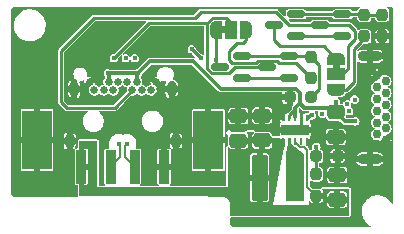
<source format=gbl>
G04 #@! TF.GenerationSoftware,KiCad,Pcbnew,6.0.11-2627ca5db0~126~ubuntu22.04.1*
G04 #@! TF.CreationDate,2023-02-09T23:48:25+01:00*
G04 #@! TF.ProjectId,PDLeech,50444c65-6563-4682-9e6b-696361645f70,rev?*
G04 #@! TF.SameCoordinates,Original*
G04 #@! TF.FileFunction,Copper,L4,Bot*
G04 #@! TF.FilePolarity,Positive*
%FSLAX46Y46*%
G04 Gerber Fmt 4.6, Leading zero omitted, Abs format (unit mm)*
G04 Created by KiCad (PCBNEW 6.0.11-2627ca5db0~126~ubuntu22.04.1) date 2023-02-09 23:48:25*
%MOMM*%
%LPD*%
G01*
G04 APERTURE LIST*
G04 Aperture macros list*
%AMRoundRect*
0 Rectangle with rounded corners*
0 $1 Rounding radius*
0 $2 $3 $4 $5 $6 $7 $8 $9 X,Y pos of 4 corners*
0 Add a 4 corners polygon primitive as box body*
4,1,4,$2,$3,$4,$5,$6,$7,$8,$9,$2,$3,0*
0 Add four circle primitives for the rounded corners*
1,1,$1+$1,$2,$3*
1,1,$1+$1,$4,$5*
1,1,$1+$1,$6,$7*
1,1,$1+$1,$8,$9*
0 Add four rect primitives between the rounded corners*
20,1,$1+$1,$2,$3,$4,$5,0*
20,1,$1+$1,$4,$5,$6,$7,0*
20,1,$1+$1,$6,$7,$8,$9,0*
20,1,$1+$1,$8,$9,$2,$3,0*%
%AMFreePoly0*
4,1,22,0.550000,-0.750000,0.000000,-0.750000,0.000000,-0.745033,-0.079941,-0.743568,-0.215256,-0.701293,-0.333266,-0.622738,-0.424486,-0.514219,-0.481581,-0.384460,-0.499164,-0.250000,-0.500000,-0.250000,-0.500000,0.250000,-0.499164,0.250000,-0.499963,0.256109,-0.478152,0.396186,-0.417904,0.524511,-0.324060,0.630769,-0.204165,0.706417,-0.067858,0.745374,0.000000,0.744959,0.000000,0.750000,
0.550000,0.750000,0.550000,-0.750000,0.550000,-0.750000,$1*%
%AMFreePoly1*
4,1,20,0.000000,0.744959,0.073905,0.744508,0.209726,0.703889,0.328688,0.626782,0.421226,0.519385,0.479903,0.390333,0.500000,0.250000,0.500000,-0.250000,0.499851,-0.262216,0.476331,-0.402017,0.414519,-0.529596,0.319384,-0.634700,0.198574,-0.708877,0.061801,-0.746166,0.000000,-0.745033,0.000000,-0.750000,-0.550000,-0.750000,-0.550000,0.750000,0.000000,0.750000,0.000000,0.744959,
0.000000,0.744959,$1*%
G04 Aperture macros list end*
G04 #@! TA.AperFunction,ComponentPad*
%ADD10C,0.650000*%
G04 #@! TD*
G04 #@! TA.AperFunction,ComponentPad*
%ADD11O,0.800000X1.400000*%
G04 #@! TD*
G04 #@! TA.AperFunction,ComponentPad*
%ADD12C,0.750000*%
G04 #@! TD*
G04 #@! TA.AperFunction,ComponentPad*
%ADD13O,2.100000X0.900000*%
G04 #@! TD*
G04 #@! TA.AperFunction,SMDPad,CuDef*
%ADD14RoundRect,0.250000X0.475000X-0.337500X0.475000X0.337500X-0.475000X0.337500X-0.475000X-0.337500X0*%
G04 #@! TD*
G04 #@! TA.AperFunction,SMDPad,CuDef*
%ADD15FreePoly0,0.000000*%
G04 #@! TD*
G04 #@! TA.AperFunction,SMDPad,CuDef*
%ADD16R,1.000000X1.500000*%
G04 #@! TD*
G04 #@! TA.AperFunction,SMDPad,CuDef*
%ADD17FreePoly1,0.000000*%
G04 #@! TD*
G04 #@! TA.AperFunction,SMDPad,CuDef*
%ADD18RoundRect,0.237500X-0.237500X0.250000X-0.237500X-0.250000X0.237500X-0.250000X0.237500X0.250000X0*%
G04 #@! TD*
G04 #@! TA.AperFunction,SMDPad,CuDef*
%ADD19RoundRect,0.237500X-0.250000X-0.237500X0.250000X-0.237500X0.250000X0.237500X-0.250000X0.237500X0*%
G04 #@! TD*
G04 #@! TA.AperFunction,SMDPad,CuDef*
%ADD20RoundRect,0.054000X-0.396000X-1.346000X0.396000X-1.346000X0.396000X1.346000X-0.396000X1.346000X0*%
G04 #@! TD*
G04 #@! TA.AperFunction,SMDPad,CuDef*
%ADD21R,2.500000X5.000000*%
G04 #@! TD*
G04 #@! TA.AperFunction,SMDPad,CuDef*
%ADD22FreePoly0,270.000000*%
G04 #@! TD*
G04 #@! TA.AperFunction,SMDPad,CuDef*
%ADD23R,1.500000X1.000000*%
G04 #@! TD*
G04 #@! TA.AperFunction,SMDPad,CuDef*
%ADD24FreePoly1,270.000000*%
G04 #@! TD*
G04 #@! TA.AperFunction,SMDPad,CuDef*
%ADD25RoundRect,0.237500X0.250000X0.237500X-0.250000X0.237500X-0.250000X-0.237500X0.250000X-0.237500X0*%
G04 #@! TD*
G04 #@! TA.AperFunction,SMDPad,CuDef*
%ADD26RoundRect,0.237500X0.237500X-0.250000X0.237500X0.250000X-0.237500X0.250000X-0.237500X-0.250000X0*%
G04 #@! TD*
G04 #@! TA.AperFunction,SMDPad,CuDef*
%ADD27RoundRect,0.250000X-0.475000X0.337500X-0.475000X-0.337500X0.475000X-0.337500X0.475000X0.337500X0*%
G04 #@! TD*
G04 #@! TA.AperFunction,SMDPad,CuDef*
%ADD28RoundRect,0.140000X0.560000X1.810000X-0.560000X1.810000X-0.560000X-1.810000X0.560000X-1.810000X0*%
G04 #@! TD*
G04 #@! TA.AperFunction,SMDPad,CuDef*
%ADD29RoundRect,0.150000X0.587500X0.150000X-0.587500X0.150000X-0.587500X-0.150000X0.587500X-0.150000X0*%
G04 #@! TD*
G04 #@! TA.AperFunction,SMDPad,CuDef*
%ADD30O,0.200000X0.400000*%
G04 #@! TD*
G04 #@! TA.AperFunction,SMDPad,CuDef*
%ADD31R,0.250000X0.500000*%
G04 #@! TD*
G04 #@! TA.AperFunction,SMDPad,CuDef*
%ADD32R,2.400000X0.840000*%
G04 #@! TD*
G04 #@! TA.AperFunction,ViaPad*
%ADD33C,0.450000*%
G04 #@! TD*
G04 #@! TA.AperFunction,Conductor*
%ADD34C,0.127000*%
G04 #@! TD*
G04 #@! TA.AperFunction,Conductor*
%ADD35C,0.254000*%
G04 #@! TD*
G04 #@! TA.AperFunction,Conductor*
%ADD36C,0.300000*%
G04 #@! TD*
G04 #@! TA.AperFunction,Conductor*
%ADD37C,0.350000*%
G04 #@! TD*
G04 #@! TA.AperFunction,Conductor*
%ADD38C,0.200000*%
G04 #@! TD*
G04 APERTURE END LIST*
G36*
X150760000Y-60371000D02*
G01*
X150260000Y-60371000D01*
X150260000Y-59771000D01*
X150760000Y-59771000D01*
X150760000Y-60371000D01*
G37*
G36*
X160368500Y-63451000D02*
G01*
X159768500Y-63451000D01*
X159768500Y-62951000D01*
X160368500Y-62951000D01*
X160368500Y-63451000D01*
G37*
D10*
X144786000Y-64489000D03*
X144386000Y-65189000D03*
X143586000Y-65189000D03*
X143186000Y-64489000D03*
X142786000Y-65189000D03*
X142386000Y-64489000D03*
X141586000Y-64489000D03*
X141186000Y-65189000D03*
X140786000Y-64489000D03*
X140386000Y-65189000D03*
X139586000Y-65189000D03*
X139186000Y-64489000D03*
D11*
X146116000Y-65089000D03*
X137856000Y-65089000D03*
X146476000Y-69469000D03*
X137496000Y-69469000D03*
D12*
X164235500Y-69422500D03*
X163515500Y-68922500D03*
X164235500Y-68422500D03*
X163515500Y-67922500D03*
X164235500Y-67422500D03*
X163515500Y-66922500D03*
X164235500Y-66422500D03*
X163515500Y-65922500D03*
X164235500Y-65422500D03*
X163515500Y-64922500D03*
X164235500Y-64422500D03*
X163515500Y-63922500D03*
D13*
X162885500Y-71022500D03*
X162885500Y-62322500D03*
D14*
X160147000Y-74443500D03*
X160147000Y-72368500D03*
D15*
X149860000Y-60071000D03*
D16*
X151160000Y-60071000D03*
D17*
X152460000Y-60071000D03*
D18*
X163957000Y-58777500D03*
X163957000Y-60602500D03*
D19*
X158345500Y-70776500D03*
X160170500Y-70776500D03*
D20*
X138486000Y-71655000D03*
X140986000Y-71655000D03*
X142986000Y-71655000D03*
X145486000Y-71655000D03*
D21*
X149236000Y-69405000D03*
X134736000Y-69405000D03*
D14*
X153797000Y-69429048D03*
X153797000Y-67354048D03*
D22*
X160068500Y-62551000D03*
D23*
X160068500Y-63851000D03*
D24*
X160068500Y-65151000D03*
D25*
X157933000Y-65786000D03*
X156108000Y-65786000D03*
D26*
X158369000Y-74130048D03*
X158369000Y-72305048D03*
D27*
X160020000Y-67072000D03*
X160020000Y-69147000D03*
D28*
X156567000Y-72582548D03*
X153567000Y-72582548D03*
D29*
X156053000Y-62296000D03*
X156053000Y-64196000D03*
X154178000Y-63246000D03*
D26*
X162433000Y-60626000D03*
X162433000Y-58801000D03*
D14*
X151765000Y-69450548D03*
X151765000Y-67375548D03*
D29*
X152116000Y-62296000D03*
X152116000Y-64196000D03*
X150241000Y-63246000D03*
D26*
X157909500Y-64158500D03*
X157909500Y-62333500D03*
D30*
X155591000Y-67418548D03*
D31*
X155591000Y-67568548D03*
D30*
X156091000Y-67418548D03*
D31*
X156091000Y-67568548D03*
D30*
X156591000Y-67418548D03*
D31*
X156591000Y-67568548D03*
X157091000Y-67568548D03*
D30*
X157091000Y-67418548D03*
X157591000Y-67418548D03*
D31*
X157591000Y-67568548D03*
D30*
X157591000Y-69618548D03*
D31*
X157591000Y-69468548D03*
X157091000Y-69468548D03*
D30*
X157091000Y-69618548D03*
D31*
X156591000Y-69468548D03*
D30*
X156591000Y-69618548D03*
X156091000Y-69618548D03*
D31*
X156091000Y-69468548D03*
X155591000Y-69468548D03*
D30*
X155591000Y-69618548D03*
D32*
X156591000Y-68518548D03*
D29*
X156639500Y-58740000D03*
X156639500Y-60640000D03*
X154764500Y-59690000D03*
X160576500Y-58740000D03*
X160576500Y-60640000D03*
X158701500Y-59690000D03*
D33*
X151894143Y-76426762D03*
X134894143Y-63426762D03*
X132894143Y-65426762D03*
X137922000Y-61849000D03*
X132894143Y-62426762D03*
X149606000Y-72644000D03*
X148844000Y-72644000D03*
X134894143Y-73426762D03*
X135894143Y-73426762D03*
X134894143Y-64426762D03*
X132894143Y-63426762D03*
X155894143Y-76426762D03*
X153894143Y-76426762D03*
X132894143Y-73426762D03*
X147701000Y-69723000D03*
X138811000Y-60960000D03*
X159894143Y-76426762D03*
X137541000Y-62865000D03*
X147066000Y-72644000D03*
X133894143Y-63426762D03*
X161544000Y-72263000D03*
X160894143Y-76426762D03*
X158894143Y-76426762D03*
X147955000Y-72644000D03*
X157894143Y-76426762D03*
X133894143Y-62426762D03*
X133894143Y-73426762D03*
X145542000Y-69723000D03*
X132894143Y-64426762D03*
X152894143Y-76426762D03*
X133894143Y-64426762D03*
X150368000Y-72644000D03*
X136894143Y-58426762D03*
X156894143Y-76426762D03*
X133894143Y-65426762D03*
X134894143Y-65426762D03*
X134894143Y-62426762D03*
X154894143Y-76426762D03*
X161163000Y-71374000D03*
X140716000Y-63754000D03*
X160020000Y-66167000D03*
X161671000Y-67818000D03*
X143256000Y-63754000D03*
X141224000Y-62484000D03*
X160972500Y-66357500D03*
X142311000Y-69723000D03*
X141661000Y-69723000D03*
X142240000Y-62484000D03*
X161163000Y-66955481D03*
X158877000Y-67183000D03*
X147828000Y-61722000D03*
X148590000Y-62484000D03*
X143002000Y-62484000D03*
X161607500Y-65976500D03*
X149860000Y-62611000D03*
X160068500Y-62551000D03*
X158369000Y-69977000D03*
X157988000Y-67310000D03*
D34*
X157607000Y-70231000D02*
X157607000Y-73368048D01*
X156591000Y-69468548D02*
X156591000Y-69596000D01*
X157607000Y-73368048D02*
X158369000Y-74130048D01*
X157353000Y-69977000D02*
X157607000Y-70231000D01*
X156972000Y-69977000D02*
X157353000Y-69977000D01*
X156591000Y-69596000D02*
X156972000Y-69977000D01*
D35*
X156591000Y-68518548D02*
X157033452Y-68518548D01*
X157091000Y-68445000D02*
X157091000Y-67568548D01*
X157099000Y-68453000D02*
X157091000Y-68445000D01*
X157033452Y-68518548D02*
X157099000Y-68453000D01*
X156091000Y-67302000D02*
X156591000Y-66802000D01*
X156091000Y-67568548D02*
X156091000Y-67302000D01*
D36*
X140716000Y-63754000D02*
X143256000Y-63754000D01*
X156972000Y-65405000D02*
X156972000Y-66294000D01*
D37*
X143186000Y-64489000D02*
X143186000Y-63824000D01*
X160766000Y-67818000D02*
X160020000Y-67072000D01*
X143186000Y-63824000D02*
X143256000Y-63754000D01*
D36*
X156591000Y-66929000D02*
X156591000Y-67418548D01*
X156972000Y-66294000D02*
X157353000Y-66675000D01*
D37*
X161671000Y-67818000D02*
X160766000Y-67818000D01*
D36*
X144272000Y-62738000D02*
X147957468Y-62738000D01*
X156972000Y-66294000D02*
X156591000Y-66675000D01*
X157353000Y-66675000D02*
X159623000Y-66675000D01*
X156638000Y-65071000D02*
X156972000Y-65405000D01*
D37*
X140716000Y-63754000D02*
X140786000Y-63824000D01*
X160020000Y-66167000D02*
X160020000Y-67072000D01*
D36*
X147957468Y-62738000D02*
X150290468Y-65071000D01*
X150290468Y-65071000D02*
X156638000Y-65071000D01*
D35*
X156591000Y-66802000D02*
X156591000Y-66929000D01*
D36*
X159623000Y-66675000D02*
X160020000Y-67072000D01*
D37*
X140786000Y-63824000D02*
X140786000Y-64489000D01*
D36*
X156591000Y-66675000D02*
X156591000Y-66929000D01*
X143256000Y-63754000D02*
X144272000Y-62738000D01*
D35*
X149612008Y-59055000D02*
X150749000Y-59055000D01*
X144183992Y-59524008D02*
X149143000Y-59524008D01*
X151160000Y-59466000D02*
X151160000Y-60071000D01*
X154178000Y-63246000D02*
X151497516Y-63246000D01*
X151497516Y-63246000D02*
X150980516Y-63763000D01*
X149143000Y-59524008D02*
X149612008Y-59055000D01*
X149143000Y-63404516D02*
X149143000Y-59524008D01*
X149501484Y-63763000D02*
X149143000Y-63404516D01*
X141224000Y-62484000D02*
X144183992Y-59524008D01*
X150980516Y-63763000D02*
X149501484Y-63763000D01*
X150749000Y-59055000D02*
X151160000Y-59466000D01*
D38*
X142186000Y-69848000D02*
X142186000Y-70855000D01*
X142186000Y-70855000D02*
X142986000Y-71655000D01*
X142311000Y-69723000D02*
X142186000Y-69848000D01*
X141786000Y-69848000D02*
X141786000Y-70855000D01*
X141661000Y-69723000D02*
X141786000Y-69848000D01*
X141786000Y-70855000D02*
X140986000Y-71655000D01*
D35*
X148590000Y-62484000D02*
X147828000Y-61722000D01*
X136779000Y-61849000D02*
X139573000Y-59055000D01*
X136779000Y-66167000D02*
X136779000Y-61849000D01*
X148590000Y-58547000D02*
X154940000Y-58547000D01*
X161036000Y-61468000D02*
X161671000Y-60833000D01*
X141300000Y-66675000D02*
X137287000Y-66675000D01*
X148082000Y-59055000D02*
X148590000Y-58547000D01*
X156083000Y-59690000D02*
X158701500Y-59690000D01*
X161163000Y-59690000D02*
X158701500Y-59690000D01*
X160558000Y-63851000D02*
X161036000Y-63373000D01*
X161036000Y-63373000D02*
X161036000Y-61468000D01*
X137287000Y-66675000D02*
X136779000Y-66167000D01*
X161671000Y-60833000D02*
X161671000Y-60198000D01*
X161671000Y-60198000D02*
X161163000Y-59690000D01*
X139573000Y-59055000D02*
X148082000Y-59055000D01*
X154940000Y-58547000D02*
X156083000Y-59690000D01*
X142786000Y-65189000D02*
X141300000Y-66675000D01*
X160068500Y-63851000D02*
X160558000Y-63851000D01*
X149860000Y-62611000D02*
X149860000Y-62865000D01*
X149860000Y-62611000D02*
X149860000Y-60071000D01*
X149860000Y-62865000D02*
X150241000Y-63246000D01*
X157909500Y-64158500D02*
X156616000Y-62865000D01*
X151638000Y-61214000D02*
X152146000Y-61214000D01*
X151263742Y-62871742D02*
X151003000Y-62611000D01*
X155014758Y-62685758D02*
X153416000Y-62685758D01*
X153416000Y-62685758D02*
X153230016Y-62871742D01*
X152146000Y-61214000D02*
X152460000Y-60900000D01*
X153230016Y-62871742D02*
X151263742Y-62871742D01*
X151003000Y-61849000D02*
X151638000Y-61214000D01*
X152460000Y-60900000D02*
X152460000Y-60071000D01*
X156616000Y-62865000D02*
X155194000Y-62865000D01*
X151003000Y-62611000D02*
X151003000Y-61849000D01*
X155194000Y-62865000D02*
X155014758Y-62685758D01*
X160068500Y-62532500D02*
X160068500Y-62551000D01*
X154764500Y-60911500D02*
X155321000Y-61468000D01*
X159004000Y-61468000D02*
X160068500Y-62532500D01*
X154764500Y-59690000D02*
X154764500Y-60911500D01*
X155321000Y-61468000D02*
X159004000Y-61468000D01*
X161544000Y-61722000D02*
X162179000Y-61087000D01*
X161544000Y-64516000D02*
X161544000Y-61722000D01*
X160909000Y-65151000D02*
X161544000Y-64516000D01*
X160068500Y-65151000D02*
X160909000Y-65151000D01*
X158601500Y-63025500D02*
X157909500Y-62333500D01*
X156053000Y-62296000D02*
X157872000Y-62296000D01*
X158601500Y-65117500D02*
X158601500Y-63025500D01*
X157933000Y-65786000D02*
X158601500Y-65117500D01*
X157872000Y-62296000D02*
X157909500Y-62333500D01*
X156053000Y-62296000D02*
X152116000Y-62296000D01*
X152116000Y-64196000D02*
X156053000Y-64196000D01*
X162372000Y-58740000D02*
X162433000Y-58801000D01*
X156639500Y-58740000D02*
X160576500Y-58740000D01*
X162433000Y-58801000D02*
X163933500Y-58801000D01*
X163933500Y-58801000D02*
X163957000Y-58777500D01*
X160576500Y-58740000D02*
X162372000Y-58740000D01*
X160576500Y-60640000D02*
X156639500Y-60640000D01*
X158369000Y-70800000D02*
X158345500Y-70776500D01*
X158369000Y-72305048D02*
X158369000Y-70800000D01*
X158369000Y-69977000D02*
X158369000Y-70753000D01*
X158369000Y-70753000D02*
X158345500Y-70776500D01*
X157849548Y-67310000D02*
X157591000Y-67568548D01*
X157988000Y-67310000D02*
X157849548Y-67310000D01*
G04 #@! TA.AperFunction,Conductor*
G36*
X156191694Y-69233306D02*
G01*
X156210000Y-69277500D01*
X156210000Y-69723000D01*
X156217597Y-69728909D01*
X157328871Y-70593233D01*
X157352517Y-70634816D01*
X157353000Y-70642568D01*
X157353000Y-74486500D01*
X157334694Y-74530694D01*
X157290500Y-74549000D01*
X155891500Y-74549000D01*
X155847306Y-74530694D01*
X155829000Y-74486500D01*
X155829000Y-70616443D01*
X155829628Y-70607604D01*
X155955686Y-69725196D01*
X155956000Y-69723000D01*
X155956000Y-69277500D01*
X155974306Y-69233306D01*
X156018500Y-69215000D01*
X156147500Y-69215000D01*
X156191694Y-69233306D01*
G37*
G04 #@! TD.AperFunction*
G04 #@! TA.AperFunction,Conductor*
G36*
X162035459Y-58130806D02*
G01*
X162053765Y-58175000D01*
X162035459Y-58219194D01*
X162018811Y-58231102D01*
X161980087Y-58250115D01*
X161976441Y-58253767D01*
X161976440Y-58253768D01*
X161897887Y-58332458D01*
X161897885Y-58332460D01*
X161894239Y-58336113D01*
X161891971Y-58340753D01*
X161845520Y-58435782D01*
X161840876Y-58445282D01*
X161840015Y-58444861D01*
X161812306Y-58478272D01*
X161783129Y-58485500D01*
X161461891Y-58485500D01*
X161417697Y-58467194D01*
X161404773Y-58448371D01*
X161396657Y-58430100D01*
X161388325Y-58421782D01*
X161327577Y-58361141D01*
X161323494Y-58357065D01*
X161277285Y-58336636D01*
X161233244Y-58317165D01*
X161233241Y-58317164D01*
X161228945Y-58315265D01*
X161224278Y-58314721D01*
X161224275Y-58314720D01*
X161212962Y-58313401D01*
X161205230Y-58312500D01*
X159947770Y-58312500D01*
X159945940Y-58312718D01*
X159945936Y-58312718D01*
X159939353Y-58313502D01*
X159923576Y-58315379D01*
X159919290Y-58317283D01*
X159919289Y-58317283D01*
X159834372Y-58355001D01*
X159834371Y-58355002D01*
X159829100Y-58357343D01*
X159825024Y-58361426D01*
X159808939Y-58377539D01*
X159756065Y-58430506D01*
X159753732Y-58435783D01*
X159748211Y-58448271D01*
X159713599Y-58481290D01*
X159691048Y-58485500D01*
X157524891Y-58485500D01*
X157480697Y-58467194D01*
X157467773Y-58448371D01*
X157459657Y-58430100D01*
X157451325Y-58421782D01*
X157390577Y-58361141D01*
X157386494Y-58357065D01*
X157340285Y-58336636D01*
X157296244Y-58317165D01*
X157296241Y-58317164D01*
X157291945Y-58315265D01*
X157287278Y-58314721D01*
X157287275Y-58314720D01*
X157275962Y-58313401D01*
X157268230Y-58312500D01*
X156010770Y-58312500D01*
X156008940Y-58312718D01*
X156008936Y-58312718D01*
X156002353Y-58313502D01*
X155986576Y-58315379D01*
X155982290Y-58317283D01*
X155982289Y-58317283D01*
X155897372Y-58355001D01*
X155897371Y-58355002D01*
X155892100Y-58357343D01*
X155888024Y-58361426D01*
X155871939Y-58377539D01*
X155819065Y-58430506D01*
X155807230Y-58457276D01*
X155779165Y-58520756D01*
X155779164Y-58520759D01*
X155777265Y-58525055D01*
X155776721Y-58529722D01*
X155776720Y-58529725D01*
X155776559Y-58531106D01*
X155774500Y-58548770D01*
X155774500Y-58870694D01*
X155756194Y-58914888D01*
X155712000Y-58933194D01*
X155667806Y-58914888D01*
X155142035Y-58389117D01*
X155134263Y-58379647D01*
X155126904Y-58368634D01*
X155126903Y-58368633D01*
X155123484Y-58363516D01*
X155104307Y-58350702D01*
X155102239Y-58349320D01*
X155102236Y-58349318D01*
X155102234Y-58349316D01*
X155039301Y-58307266D01*
X154940000Y-58287514D01*
X154933962Y-58288715D01*
X154920971Y-58291299D01*
X154908778Y-58292500D01*
X148621217Y-58292500D01*
X148609025Y-58291299D01*
X148596038Y-58288716D01*
X148590000Y-58287515D01*
X148583962Y-58288716D01*
X148564942Y-58292499D01*
X148564934Y-58292500D01*
X148564931Y-58292500D01*
X148564926Y-58292501D01*
X148496735Y-58306065D01*
X148496733Y-58306066D01*
X148490699Y-58307266D01*
X148485585Y-58310683D01*
X148485583Y-58310684D01*
X148427768Y-58349316D01*
X148411633Y-58360097D01*
X148406516Y-58363516D01*
X148403097Y-58368633D01*
X148403096Y-58368634D01*
X148395735Y-58379650D01*
X148387963Y-58389120D01*
X147994888Y-58782194D01*
X147950694Y-58800500D01*
X139604222Y-58800500D01*
X139592029Y-58799299D01*
X139579038Y-58796715D01*
X139573000Y-58795514D01*
X139547933Y-58800500D01*
X139542906Y-58801500D01*
X139473699Y-58815266D01*
X139410767Y-58857316D01*
X139410766Y-58857317D01*
X139389516Y-58871516D01*
X139386097Y-58876633D01*
X139386096Y-58876634D01*
X139378735Y-58887650D01*
X139370963Y-58897120D01*
X136621117Y-61646965D01*
X136611647Y-61654737D01*
X136611399Y-61654903D01*
X136595516Y-61665516D01*
X136581319Y-61686763D01*
X136581316Y-61686766D01*
X136539266Y-61749699D01*
X136519514Y-61849000D01*
X136520715Y-61855038D01*
X136523299Y-61868029D01*
X136524500Y-61880222D01*
X136524500Y-66135778D01*
X136523299Y-66147971D01*
X136519514Y-66167000D01*
X136524500Y-66192067D01*
X136533332Y-66236469D01*
X136539266Y-66266301D01*
X136581316Y-66329234D01*
X136581319Y-66329237D01*
X136595516Y-66350484D01*
X136600633Y-66353903D01*
X136600634Y-66353904D01*
X136611647Y-66361263D01*
X136621117Y-66369035D01*
X137084963Y-66832880D01*
X137092735Y-66842350D01*
X137100096Y-66853366D01*
X137103516Y-66858484D01*
X137124766Y-66872683D01*
X137126985Y-66874166D01*
X137182580Y-66911314D01*
X137182582Y-66911315D01*
X137187699Y-66914734D01*
X137217758Y-66920713D01*
X137261926Y-66929499D01*
X137261931Y-66929500D01*
X137261934Y-66929500D01*
X137261942Y-66929501D01*
X137287000Y-66934485D01*
X137293038Y-66933284D01*
X137294366Y-66933020D01*
X137306025Y-66930701D01*
X137318217Y-66929500D01*
X138960158Y-66929500D01*
X139004352Y-66947806D01*
X139022658Y-66992000D01*
X139004352Y-67036194D01*
X138991408Y-67046127D01*
X138954253Y-67067578D01*
X138954251Y-67067580D01*
X138951420Y-67069214D01*
X138917267Y-67099965D01*
X138816656Y-67190556D01*
X138810123Y-67196438D01*
X138698365Y-67350259D01*
X138621031Y-67523955D01*
X138620349Y-67527162D01*
X138620349Y-67527163D01*
X138584983Y-67693548D01*
X138581500Y-67709933D01*
X138581500Y-67900067D01*
X138582182Y-67903274D01*
X138582182Y-67903277D01*
X138619753Y-68080032D01*
X138621031Y-68086045D01*
X138698365Y-68259741D01*
X138810123Y-68413562D01*
X138812554Y-68415751D01*
X138812555Y-68415752D01*
X138835201Y-68436142D01*
X138951420Y-68540786D01*
X139026083Y-68583893D01*
X139082685Y-68616572D01*
X139116080Y-68635853D01*
X139296908Y-68694608D01*
X139345953Y-68699763D01*
X139436968Y-68709329D01*
X139436976Y-68709329D01*
X139438599Y-68709500D01*
X139533401Y-68709500D01*
X139535024Y-68709329D01*
X139535032Y-68709329D01*
X139626047Y-68699763D01*
X139675092Y-68694608D01*
X139855920Y-68635853D01*
X139889316Y-68616572D01*
X139945917Y-68583893D01*
X140020580Y-68540786D01*
X140136799Y-68436142D01*
X140159445Y-68415752D01*
X140159446Y-68415751D01*
X140161877Y-68413562D01*
X140273635Y-68259741D01*
X140350969Y-68086045D01*
X140352247Y-68080032D01*
X140389818Y-67903277D01*
X140389818Y-67903274D01*
X140390500Y-67900067D01*
X143581500Y-67900067D01*
X143582182Y-67903274D01*
X143582182Y-67903277D01*
X143619753Y-68080032D01*
X143621031Y-68086045D01*
X143698365Y-68259741D01*
X143810123Y-68413562D01*
X143812554Y-68415751D01*
X143812555Y-68415752D01*
X143835201Y-68436142D01*
X143951420Y-68540786D01*
X144026083Y-68583893D01*
X144082685Y-68616572D01*
X144116080Y-68635853D01*
X144296908Y-68694608D01*
X144345953Y-68699763D01*
X144436968Y-68709329D01*
X144436976Y-68709329D01*
X144438599Y-68709500D01*
X144533401Y-68709500D01*
X144535024Y-68709329D01*
X144535032Y-68709329D01*
X144626047Y-68699763D01*
X144675092Y-68694608D01*
X144855920Y-68635853D01*
X144889316Y-68616572D01*
X144945917Y-68583893D01*
X145020580Y-68540786D01*
X145136799Y-68436142D01*
X145159445Y-68415752D01*
X145159446Y-68415751D01*
X145161877Y-68413562D01*
X145273635Y-68259741D01*
X145350969Y-68086045D01*
X145352247Y-68080032D01*
X145389818Y-67903277D01*
X145389818Y-67903274D01*
X145390500Y-67900067D01*
X145390500Y-67709933D01*
X145387018Y-67693548D01*
X145351651Y-67527163D01*
X145351651Y-67527162D01*
X145350969Y-67523955D01*
X145273635Y-67350259D01*
X145161877Y-67196438D01*
X145155345Y-67190556D01*
X145054733Y-67099965D01*
X145020580Y-67069214D01*
X144886842Y-66992000D01*
X144858754Y-66975783D01*
X144858752Y-66975782D01*
X144855920Y-66974147D01*
X144694580Y-66921724D01*
X144678207Y-66916404D01*
X144678206Y-66916404D01*
X144675092Y-66915392D01*
X144620926Y-66909699D01*
X144535032Y-66900671D01*
X144535024Y-66900671D01*
X144533401Y-66900500D01*
X144438599Y-66900500D01*
X144436976Y-66900671D01*
X144436968Y-66900671D01*
X144351074Y-66909699D01*
X144296908Y-66915392D01*
X144293794Y-66916404D01*
X144293793Y-66916404D01*
X144277420Y-66921724D01*
X144116080Y-66974147D01*
X144113248Y-66975782D01*
X144113246Y-66975783D01*
X144085158Y-66992000D01*
X143951420Y-67069214D01*
X143917267Y-67099965D01*
X143816656Y-67190556D01*
X143810123Y-67196438D01*
X143698365Y-67350259D01*
X143621031Y-67523955D01*
X143620349Y-67527162D01*
X143620349Y-67527163D01*
X143584983Y-67693548D01*
X143581500Y-67709933D01*
X143581500Y-67900067D01*
X140390500Y-67900067D01*
X140390500Y-67709933D01*
X140387018Y-67693548D01*
X140351651Y-67527163D01*
X140351651Y-67527162D01*
X140350969Y-67523955D01*
X140273635Y-67350259D01*
X140161877Y-67196438D01*
X140155345Y-67190556D01*
X140054733Y-67099965D01*
X140020580Y-67069214D01*
X140017749Y-67067580D01*
X140017747Y-67067578D01*
X139980592Y-67046127D01*
X139951472Y-67008176D01*
X139957715Y-66960750D01*
X139995666Y-66931630D01*
X140011842Y-66929500D01*
X141268778Y-66929500D01*
X141280971Y-66930701D01*
X141300000Y-66934486D01*
X141360259Y-66922500D01*
X141399301Y-66914734D01*
X141404418Y-66911315D01*
X141404420Y-66911314D01*
X141419405Y-66901301D01*
X141428162Y-66895450D01*
X141462234Y-66872684D01*
X141462236Y-66872682D01*
X141462239Y-66872680D01*
X141478367Y-66861903D01*
X141483484Y-66858484D01*
X141486904Y-66853366D01*
X141494263Y-66842353D01*
X141502035Y-66832883D01*
X142083472Y-66251446D01*
X142279149Y-66055769D01*
X155493501Y-66055769D01*
X155493833Y-66060301D01*
X155503339Y-66124886D01*
X155506186Y-66134050D01*
X155555251Y-66233983D01*
X155561180Y-66242265D01*
X155639752Y-66320700D01*
X155648048Y-66326616D01*
X155748067Y-66375508D01*
X155757231Y-66378340D01*
X155821205Y-66387672D01*
X155825718Y-66388000D01*
X155841569Y-66388000D01*
X155850359Y-66384359D01*
X155854000Y-66375569D01*
X155854000Y-66052431D01*
X155850359Y-66043641D01*
X155841569Y-66040000D01*
X155505932Y-66040000D01*
X155497142Y-66043641D01*
X155493501Y-66052431D01*
X155493501Y-66055769D01*
X142279149Y-66055769D01*
X142673242Y-65661675D01*
X142719861Y-65643429D01*
X142720768Y-65643500D01*
X142820149Y-65643500D01*
X142822458Y-65643153D01*
X142824782Y-65642979D01*
X142824784Y-65643002D01*
X142832879Y-65642471D01*
X142842505Y-65642648D01*
X142859505Y-65638013D01*
X142866627Y-65636512D01*
X142921151Y-65628315D01*
X142950274Y-65614330D01*
X142960889Y-65610372D01*
X142960905Y-65610368D01*
X142967557Y-65608554D01*
X142983676Y-65598658D01*
X142989310Y-65595586D01*
X143040145Y-65571175D01*
X143040147Y-65571174D01*
X143044353Y-65569154D01*
X143064835Y-65550221D01*
X143073565Y-65543607D01*
X143074220Y-65543064D01*
X143078015Y-65540733D01*
X143081003Y-65537432D01*
X143091094Y-65526284D01*
X143095005Y-65522332D01*
X143144712Y-65476383D01*
X143146052Y-65477833D01*
X143181912Y-65458122D01*
X143227847Y-65471471D01*
X143237848Y-65481551D01*
X143271359Y-65524059D01*
X143275199Y-65526713D01*
X143275200Y-65526714D01*
X143316778Y-65555450D01*
X143383789Y-65601764D01*
X143388246Y-65603174D01*
X143388247Y-65603174D01*
X143469934Y-65629008D01*
X143514097Y-65642975D01*
X143517650Y-65643255D01*
X143517652Y-65643255D01*
X143519529Y-65643403D01*
X143519542Y-65643404D01*
X143520768Y-65643500D01*
X143620149Y-65643500D01*
X143622458Y-65643153D01*
X143624782Y-65642979D01*
X143624784Y-65643002D01*
X143632879Y-65642471D01*
X143642505Y-65642648D01*
X143659505Y-65638013D01*
X143666627Y-65636512D01*
X143721151Y-65628315D01*
X143750274Y-65614330D01*
X143760889Y-65610372D01*
X143760905Y-65610368D01*
X143767557Y-65608554D01*
X143783676Y-65598658D01*
X143789310Y-65595586D01*
X143840145Y-65571175D01*
X143840147Y-65571174D01*
X143844353Y-65569154D01*
X143864835Y-65550221D01*
X143873565Y-65543607D01*
X143874220Y-65543064D01*
X143878015Y-65540733D01*
X143881003Y-65537432D01*
X143891094Y-65526284D01*
X143895005Y-65522332D01*
X143944712Y-65476383D01*
X143946052Y-65477833D01*
X143981912Y-65458122D01*
X144027847Y-65471471D01*
X144037848Y-65481551D01*
X144071359Y-65524059D01*
X144075199Y-65526713D01*
X144075200Y-65526714D01*
X144116778Y-65555450D01*
X144183789Y-65601764D01*
X144188246Y-65603174D01*
X144188247Y-65603174D01*
X144269934Y-65629008D01*
X144314097Y-65642975D01*
X144317650Y-65643255D01*
X144317652Y-65643255D01*
X144319529Y-65643403D01*
X144319542Y-65643404D01*
X144320768Y-65643500D01*
X144420149Y-65643500D01*
X144422458Y-65643153D01*
X144424782Y-65642979D01*
X144424784Y-65643002D01*
X144432879Y-65642471D01*
X144442505Y-65642648D01*
X144459505Y-65638013D01*
X144466627Y-65636512D01*
X144521151Y-65628315D01*
X144550274Y-65614330D01*
X144560889Y-65610372D01*
X144560905Y-65610368D01*
X144567557Y-65608554D01*
X144583676Y-65598658D01*
X144589310Y-65595586D01*
X144640145Y-65571175D01*
X144640147Y-65571174D01*
X144644353Y-65569154D01*
X144664835Y-65550221D01*
X144673565Y-65543607D01*
X144674220Y-65543064D01*
X144678015Y-65540733D01*
X144681003Y-65537432D01*
X144691094Y-65526284D01*
X144695005Y-65522332D01*
X144741282Y-65479554D01*
X144741283Y-65479553D01*
X144744712Y-65476383D01*
X144756548Y-65456007D01*
X144759672Y-65451730D01*
X144759520Y-65451628D01*
X144762008Y-65447940D01*
X144764997Y-65444637D01*
X144770230Y-65433837D01*
X144773251Y-65427602D01*
X144775452Y-65423461D01*
X144775690Y-65423051D01*
X145589000Y-65423051D01*
X145589288Y-65427272D01*
X145603063Y-65527832D01*
X145605333Y-65535962D01*
X145659292Y-65660656D01*
X145663668Y-65667880D01*
X145749173Y-65773471D01*
X145755320Y-65779244D01*
X145851866Y-65847855D01*
X145860557Y-65849846D01*
X145862000Y-65845325D01*
X145862000Y-65838653D01*
X146370000Y-65838653D01*
X146373641Y-65847443D01*
X146375156Y-65848071D01*
X146376589Y-65847726D01*
X146415799Y-65827748D01*
X146422730Y-65822930D01*
X146522742Y-65730965D01*
X146528124Y-65724459D01*
X146599718Y-65608991D01*
X146603155Y-65601270D01*
X146641333Y-65469858D01*
X146642488Y-65463442D01*
X146642916Y-65457616D01*
X146643000Y-65455323D01*
X146643000Y-65355431D01*
X146639359Y-65346641D01*
X146630569Y-65343000D01*
X146382431Y-65343000D01*
X146373641Y-65346641D01*
X146370000Y-65355431D01*
X146370000Y-65838653D01*
X145862000Y-65838653D01*
X145862000Y-65355431D01*
X145858359Y-65346641D01*
X145849569Y-65343000D01*
X145601431Y-65343000D01*
X145592641Y-65346641D01*
X145589000Y-65355431D01*
X145589000Y-65423051D01*
X144775690Y-65423051D01*
X144778854Y-65417605D01*
X144813357Y-65358203D01*
X144818063Y-65337901D01*
X144818488Y-65336066D01*
X144819656Y-65331821D01*
X144821512Y-65327990D01*
X144822250Y-65323607D01*
X144822252Y-65323599D01*
X144824249Y-65311731D01*
X144824996Y-65307992D01*
X144843163Y-65229611D01*
X144843163Y-65229609D01*
X144844217Y-65225062D01*
X144842974Y-65207507D01*
X144843043Y-65200169D01*
X144843017Y-65200169D01*
X144843124Y-65191415D01*
X144843124Y-65191410D01*
X144843153Y-65189000D01*
X144840524Y-65170644D01*
X144840050Y-65166203D01*
X144834895Y-65093395D01*
X144834565Y-65088734D01*
X144826321Y-65067426D01*
X144825319Y-65064467D01*
X144824778Y-65060692D01*
X144819319Y-65048684D01*
X144818402Y-65046668D01*
X144817008Y-65043352D01*
X144816576Y-65042235D01*
X144809018Y-65022699D01*
X144810145Y-64974877D01*
X144844756Y-64941858D01*
X144850867Y-64939849D01*
X144859908Y-64937384D01*
X144867432Y-64931558D01*
X144867534Y-64930758D01*
X144866134Y-64928345D01*
X144527056Y-64589266D01*
X144350548Y-64412759D01*
X144342454Y-64409406D01*
X144340228Y-64413791D01*
X144330071Y-64479024D01*
X144329963Y-64487835D01*
X144345597Y-64607386D01*
X144347967Y-64615877D01*
X144363411Y-64650976D01*
X144364455Y-64698800D01*
X144331376Y-64733355D01*
X144323381Y-64736241D01*
X144308523Y-64740488D01*
X144300642Y-64742199D01*
X144275623Y-64745960D01*
X144255470Y-64748990D01*
X144255468Y-64748991D01*
X144250849Y-64749685D01*
X144246640Y-64751706D01*
X144246637Y-64751707D01*
X144218151Y-64765386D01*
X144208274Y-64769138D01*
X144203611Y-64770471D01*
X144203607Y-64770473D01*
X144199331Y-64771695D01*
X144195573Y-64774066D01*
X144195569Y-64774068D01*
X144184276Y-64781194D01*
X144177979Y-64784677D01*
X144160794Y-64792929D01*
X144127647Y-64808846D01*
X144104329Y-64830401D01*
X144095267Y-64837354D01*
X144089710Y-64840860D01*
X144086764Y-64844195D01*
X144086761Y-64844198D01*
X144077112Y-64855124D01*
X144072699Y-64859638D01*
X144027288Y-64901617D01*
X144025946Y-64900165D01*
X143990102Y-64919877D01*
X143944164Y-64906539D01*
X143934155Y-64896453D01*
X143900641Y-64853941D01*
X143896798Y-64851285D01*
X143896796Y-64851283D01*
X143808651Y-64790363D01*
X143788211Y-64776236D01*
X143773853Y-64771695D01*
X143657903Y-64735025D01*
X143658213Y-64734045D01*
X143621443Y-64709679D01*
X143611931Y-64662799D01*
X143613195Y-64658482D01*
X143613357Y-64658203D01*
X143615220Y-64650168D01*
X143618488Y-64636066D01*
X143619656Y-64631821D01*
X143621512Y-64627990D01*
X143622250Y-64623607D01*
X143622252Y-64623599D01*
X143624249Y-64611731D01*
X143624996Y-64607992D01*
X143643163Y-64529611D01*
X143643163Y-64529609D01*
X143644217Y-64525062D01*
X143642974Y-64507507D01*
X143643043Y-64500169D01*
X143643017Y-64500169D01*
X143643124Y-64491415D01*
X143643124Y-64491410D01*
X143643153Y-64489000D01*
X143640524Y-64470644D01*
X143640050Y-64466203D01*
X143639997Y-64465447D01*
X143634565Y-64388734D01*
X143626321Y-64367426D01*
X143625319Y-64364467D01*
X143624778Y-64360692D01*
X143622463Y-64355599D01*
X143618402Y-64346668D01*
X143617008Y-64343351D01*
X143586939Y-64265628D01*
X143585253Y-64261270D01*
X143571835Y-64244249D01*
X143571130Y-64242699D01*
X143565936Y-64236671D01*
X143564203Y-64234569D01*
X143501917Y-64155560D01*
X143488500Y-64116868D01*
X143488500Y-64048727D01*
X143489202Y-64047033D01*
X144704116Y-64047033D01*
X144705364Y-64049153D01*
X144886816Y-64230606D01*
X145221315Y-64565105D01*
X145229543Y-64568513D01*
X145231723Y-64564285D01*
X145242111Y-64502542D01*
X145242542Y-64497734D01*
X145242619Y-64491415D01*
X145242306Y-64486607D01*
X145241056Y-64477883D01*
X145252909Y-64431540D01*
X145294061Y-64407152D01*
X145311081Y-64407055D01*
X145371860Y-64415056D01*
X145398020Y-64418500D01*
X145613312Y-64418500D01*
X145657506Y-64436806D01*
X145675812Y-64481000D01*
X145666430Y-64513935D01*
X145632282Y-64569009D01*
X145628845Y-64576730D01*
X145590667Y-64708142D01*
X145589512Y-64714558D01*
X145589084Y-64720384D01*
X145589000Y-64722678D01*
X145589000Y-64822569D01*
X145592641Y-64831359D01*
X145601431Y-64835000D01*
X146630569Y-64835000D01*
X146639359Y-64831359D01*
X146643000Y-64822569D01*
X146643000Y-64754949D01*
X146642712Y-64750728D01*
X146628937Y-64650168D01*
X146626667Y-64642038D01*
X146572708Y-64517344D01*
X146568332Y-64510120D01*
X146482827Y-64404529D01*
X146476680Y-64398756D01*
X146365926Y-64320048D01*
X146358443Y-64316136D01*
X146236691Y-64272302D01*
X146201310Y-64240108D01*
X146199057Y-64192326D01*
X146208277Y-64175449D01*
X146223873Y-64155124D01*
X146242192Y-64131250D01*
X146266861Y-64071695D01*
X146299016Y-63994066D01*
X146299016Y-63994064D01*
X146300584Y-63990280D01*
X146301799Y-63981055D01*
X146319965Y-63843064D01*
X146320500Y-63839000D01*
X146311511Y-63770720D01*
X146301119Y-63691782D01*
X146301119Y-63691780D01*
X146300584Y-63687720D01*
X146293502Y-63670621D01*
X146243759Y-63550533D01*
X146242192Y-63546750D01*
X146149304Y-63425696D01*
X146028250Y-63332808D01*
X145966637Y-63307287D01*
X145891066Y-63275984D01*
X145891064Y-63275984D01*
X145887280Y-63274416D01*
X145883218Y-63273881D01*
X145883217Y-63273881D01*
X145776011Y-63259767D01*
X145776005Y-63259767D01*
X145773980Y-63259500D01*
X145398020Y-63259500D01*
X145395995Y-63259767D01*
X145395989Y-63259767D01*
X145288783Y-63273881D01*
X145288782Y-63273881D01*
X145284720Y-63274416D01*
X145280936Y-63275984D01*
X145280934Y-63275984D01*
X145205363Y-63307287D01*
X145143750Y-63332808D01*
X145022696Y-63425696D01*
X144929808Y-63546750D01*
X144928241Y-63550533D01*
X144878499Y-63670621D01*
X144871416Y-63687720D01*
X144870881Y-63691780D01*
X144870881Y-63691782D01*
X144860489Y-63770720D01*
X144851500Y-63839000D01*
X144865035Y-63941806D01*
X144868275Y-63966420D01*
X144855895Y-64012626D01*
X144814468Y-64036543D01*
X144805928Y-64037077D01*
X144728481Y-64036604D01*
X144719742Y-64037801D01*
X144711686Y-64040104D01*
X144704233Y-64046021D01*
X144704116Y-64047033D01*
X143489202Y-64047033D01*
X143506806Y-64004533D01*
X143546372Y-63964967D01*
X143555790Y-63946484D01*
X143583870Y-63891372D01*
X143597352Y-63864912D01*
X143598123Y-63860048D01*
X143605433Y-63813893D01*
X143622969Y-63779476D01*
X144368639Y-63033806D01*
X144412833Y-63015500D01*
X147816635Y-63015500D01*
X147860829Y-63033806D01*
X150058435Y-65231411D01*
X150061955Y-65235488D01*
X150063827Y-65239318D01*
X150068058Y-65243242D01*
X150068058Y-65243243D01*
X150097721Y-65270759D01*
X150099410Y-65272386D01*
X150112496Y-65285472D01*
X150114866Y-65287099D01*
X150117081Y-65288939D01*
X150117002Y-65289034D01*
X150120022Y-65291447D01*
X150139617Y-65309623D01*
X150144973Y-65311760D01*
X150144975Y-65311761D01*
X150152483Y-65314756D01*
X150164679Y-65321269D01*
X150171335Y-65325836D01*
X150171338Y-65325837D01*
X150176094Y-65329100D01*
X150181707Y-65330432D01*
X150181709Y-65330433D01*
X150202084Y-65335268D01*
X150210804Y-65338025D01*
X150235634Y-65347931D01*
X150241438Y-65348500D01*
X150250531Y-65348500D01*
X150264963Y-65350189D01*
X150276677Y-65352969D01*
X150305320Y-65349071D01*
X150313748Y-65348500D01*
X155449899Y-65348500D01*
X155494093Y-65366806D01*
X155512399Y-65411000D01*
X155507117Y-65433837D01*
X155507424Y-65433932D01*
X155506117Y-65438160D01*
X155506052Y-65438443D01*
X155505992Y-65438565D01*
X155503161Y-65447729D01*
X155493828Y-65511705D01*
X155493500Y-65516218D01*
X155493500Y-65519569D01*
X155497141Y-65528359D01*
X155505931Y-65532000D01*
X156299500Y-65532000D01*
X156343694Y-65550306D01*
X156362000Y-65594500D01*
X156362000Y-66375568D01*
X156365641Y-66384358D01*
X156366592Y-66384752D01*
X156400416Y-66418578D01*
X156400415Y-66466413D01*
X156386867Y-66486688D01*
X156376527Y-66497028D01*
X156374903Y-66499395D01*
X156373055Y-66501619D01*
X156372961Y-66501541D01*
X156370542Y-66504566D01*
X156352377Y-66524149D01*
X156350239Y-66529507D01*
X156350238Y-66529509D01*
X156347245Y-66537012D01*
X156340734Y-66549205D01*
X156332900Y-66560626D01*
X156331567Y-66566243D01*
X156326732Y-66586616D01*
X156323975Y-66595336D01*
X156314069Y-66620166D01*
X156313500Y-66625970D01*
X156313500Y-66635063D01*
X156311811Y-66649494D01*
X156311221Y-66651979D01*
X156309031Y-66661209D01*
X156310758Y-66673896D01*
X156312380Y-66685816D01*
X156300201Y-66732075D01*
X156294645Y-66738438D01*
X156112369Y-66920713D01*
X155933117Y-67099965D01*
X155923647Y-67107737D01*
X155912634Y-67115096D01*
X155907516Y-67118516D01*
X155904097Y-67123633D01*
X155893751Y-67139117D01*
X155893319Y-67139763D01*
X155893316Y-67139766D01*
X155893301Y-67139789D01*
X155870901Y-67173312D01*
X155831127Y-67199888D01*
X155784211Y-67190556D01*
X155766967Y-67173312D01*
X155758077Y-67160007D01*
X155749541Y-67151471D01*
X155701337Y-67119263D01*
X155692265Y-67117458D01*
X155691000Y-67121628D01*
X155691000Y-67139117D01*
X155701775Y-67165131D01*
X155711243Y-67174599D01*
X155716000Y-67198515D01*
X155716000Y-67646581D01*
X155697694Y-67690775D01*
X155697146Y-67691141D01*
X155691000Y-67705979D01*
X155691000Y-67723048D01*
X155672694Y-67767242D01*
X155628500Y-67785548D01*
X155553500Y-67785548D01*
X155509306Y-67767242D01*
X155491000Y-67723048D01*
X155491000Y-67705979D01*
X155487359Y-67697189D01*
X155478569Y-67693548D01*
X155351431Y-67693548D01*
X155342641Y-67697189D01*
X155339000Y-67705979D01*
X155339000Y-67827986D01*
X155339599Y-67834067D01*
X155345169Y-67862066D01*
X155349788Y-67873218D01*
X155361666Y-67890995D01*
X155370998Y-67937912D01*
X155344422Y-67977685D01*
X155338771Y-67980705D01*
X155304555Y-68003567D01*
X155296019Y-68012103D01*
X155274788Y-68043878D01*
X155270169Y-68055030D01*
X155264599Y-68083029D01*
X155264000Y-68089110D01*
X155264000Y-68252117D01*
X155267641Y-68260907D01*
X155276431Y-68264548D01*
X157905569Y-68264548D01*
X157914359Y-68260907D01*
X157918000Y-68252117D01*
X157918000Y-68089110D01*
X157917401Y-68083029D01*
X157911831Y-68055030D01*
X157907212Y-68043878D01*
X157885981Y-68012103D01*
X157877445Y-68003567D01*
X157840553Y-67978917D01*
X157841981Y-67976780D01*
X157815031Y-67949834D01*
X157815028Y-67901999D01*
X157820805Y-67891190D01*
X157832683Y-67873413D01*
X157836102Y-67868296D01*
X157837342Y-67862066D01*
X157842901Y-67834117D01*
X157843500Y-67831106D01*
X157843500Y-67719210D01*
X157861806Y-67675016D01*
X157906000Y-67656710D01*
X157915767Y-67657478D01*
X157988000Y-67668919D01*
X158098912Y-67651352D01*
X158145667Y-67627530D01*
X158194585Y-67602605D01*
X158194586Y-67602604D01*
X158198967Y-67600372D01*
X158278372Y-67520967D01*
X158284629Y-67508688D01*
X158310545Y-67457823D01*
X158329352Y-67420912D01*
X158346919Y-67310000D01*
X158344956Y-67297603D01*
X158339614Y-67263878D01*
X158329352Y-67199088D01*
X158298796Y-67139117D01*
X158280605Y-67103415D01*
X158280604Y-67103414D01*
X158278372Y-67099033D01*
X158238533Y-67059194D01*
X158220227Y-67015000D01*
X158238533Y-66970806D01*
X158282727Y-66952500D01*
X158494590Y-66952500D01*
X158538784Y-66970806D01*
X158557090Y-67015000D01*
X158550278Y-67043374D01*
X158537946Y-67067578D01*
X158535648Y-67072088D01*
X158518081Y-67183000D01*
X158518851Y-67187862D01*
X158519934Y-67194702D01*
X158535648Y-67293912D01*
X158548201Y-67318548D01*
X158583799Y-67388414D01*
X158586628Y-67393967D01*
X158666033Y-67473372D01*
X158670414Y-67475604D01*
X158670415Y-67475605D01*
X158676849Y-67478883D01*
X158766088Y-67524352D01*
X158877000Y-67541919D01*
X158987912Y-67524352D01*
X159087967Y-67473372D01*
X159089315Y-67476018D01*
X159126400Y-67467088D01*
X159167203Y-67492055D01*
X159176349Y-67510279D01*
X159177715Y-67514675D01*
X159178422Y-67519479D01*
X159180562Y-67523837D01*
X159180562Y-67523838D01*
X159223561Y-67611415D01*
X159233810Y-67632290D01*
X159237462Y-67635936D01*
X159237463Y-67635937D01*
X159319098Y-67717430D01*
X159319100Y-67717432D01*
X159322753Y-67721078D01*
X159327393Y-67723346D01*
X159417194Y-67767242D01*
X159435661Y-67776269D01*
X159440464Y-67776970D01*
X159440465Y-67776970D01*
X159462440Y-67780176D01*
X159509219Y-67787000D01*
X159573471Y-67787000D01*
X160281312Y-67786999D01*
X160325506Y-67805305D01*
X160420267Y-67900067D01*
X160512898Y-67992698D01*
X160516931Y-67997370D01*
X160518941Y-68001482D01*
X160523171Y-68005406D01*
X160555965Y-68035827D01*
X160557654Y-68037454D01*
X160571994Y-68051794D01*
X160574371Y-68053424D01*
X160576585Y-68055264D01*
X160576528Y-68055333D01*
X160579903Y-68058033D01*
X160590885Y-68068220D01*
X160601558Y-68078121D01*
X160606917Y-68080259D01*
X160616163Y-68083948D01*
X160628357Y-68090459D01*
X160641321Y-68099352D01*
X160670061Y-68106173D01*
X160678779Y-68108929D01*
X160706226Y-68119879D01*
X160712559Y-68120500D01*
X160723123Y-68120500D01*
X160737554Y-68122189D01*
X160750967Y-68125372D01*
X160782571Y-68121071D01*
X160790999Y-68120500D01*
X161468831Y-68120500D01*
X161497206Y-68127312D01*
X161560088Y-68159352D01*
X161671000Y-68176919D01*
X161781912Y-68159352D01*
X161850129Y-68124594D01*
X161877585Y-68110605D01*
X161877586Y-68110604D01*
X161881967Y-68108372D01*
X161961372Y-68028967D01*
X161965653Y-68020566D01*
X162007766Y-67937912D01*
X162012352Y-67928912D01*
X162029919Y-67818000D01*
X162012352Y-67707088D01*
X161982148Y-67647809D01*
X161963605Y-67611415D01*
X161963604Y-67611414D01*
X161961372Y-67607033D01*
X161881967Y-67527628D01*
X161877586Y-67525396D01*
X161877585Y-67525395D01*
X161786298Y-67478883D01*
X161786299Y-67478883D01*
X161781912Y-67476648D01*
X161671000Y-67459081D01*
X161560088Y-67476648D01*
X161555701Y-67478883D01*
X161555702Y-67478883D01*
X161497205Y-67508688D01*
X161468831Y-67515500D01*
X160934440Y-67515500D01*
X160890246Y-67497194D01*
X160872104Y-67448478D01*
X160872174Y-67447518D01*
X160872500Y-67445281D01*
X160872500Y-67307319D01*
X160890806Y-67263125D01*
X160935000Y-67244819D01*
X160963372Y-67251631D01*
X161052088Y-67296833D01*
X161163000Y-67314400D01*
X161273912Y-67296833D01*
X161320667Y-67273011D01*
X161369585Y-67248086D01*
X161369586Y-67248085D01*
X161373967Y-67245853D01*
X161453372Y-67166448D01*
X161456838Y-67159647D01*
X161482583Y-67109117D01*
X161504352Y-67066393D01*
X161520942Y-66961651D01*
X161521149Y-66960343D01*
X161521919Y-66955481D01*
X161504352Y-66844569D01*
X161480530Y-66797814D01*
X161455605Y-66748896D01*
X161455604Y-66748895D01*
X161453372Y-66744514D01*
X161373967Y-66665109D01*
X161343458Y-66649564D01*
X161302365Y-66628626D01*
X161271298Y-66592252D01*
X161275051Y-66544564D01*
X161297146Y-66501200D01*
X161313852Y-66468412D01*
X161331419Y-66357500D01*
X161329277Y-66343979D01*
X161340442Y-66297467D01*
X161381228Y-66272472D01*
X161419381Y-66278514D01*
X161463423Y-66300954D01*
X161496588Y-66317852D01*
X161607500Y-66335419D01*
X161718412Y-66317852D01*
X161795618Y-66278514D01*
X161814085Y-66269105D01*
X161814086Y-66269104D01*
X161818467Y-66266872D01*
X161897872Y-66187467D01*
X161908301Y-66167000D01*
X161946617Y-66091798D01*
X161948852Y-66087412D01*
X161966419Y-65976500D01*
X161948852Y-65865588D01*
X161918640Y-65806293D01*
X161900105Y-65769915D01*
X161900104Y-65769914D01*
X161897872Y-65765533D01*
X161818467Y-65686128D01*
X161814086Y-65683896D01*
X161814085Y-65683895D01*
X161734641Y-65643417D01*
X161718412Y-65635148D01*
X161607500Y-65617581D01*
X161496588Y-65635148D01*
X161480359Y-65643417D01*
X161400915Y-65683895D01*
X161400914Y-65683896D01*
X161396533Y-65686128D01*
X161317128Y-65765533D01*
X161314896Y-65769914D01*
X161314895Y-65769915D01*
X161296360Y-65806293D01*
X161266148Y-65865588D01*
X161248581Y-65976500D01*
X161250723Y-65990021D01*
X161239558Y-66036533D01*
X161198772Y-66061528D01*
X161160619Y-66055486D01*
X161087798Y-66018383D01*
X161087799Y-66018383D01*
X161083412Y-66016148D01*
X160972500Y-65998581D01*
X160861588Y-66016148D01*
X160857201Y-66018383D01*
X160857202Y-66018383D01*
X160765915Y-66064895D01*
X160765914Y-66064896D01*
X160761533Y-66067128D01*
X160682128Y-66146533D01*
X160679896Y-66150914D01*
X160679895Y-66150915D01*
X160657852Y-66194178D01*
X160631148Y-66246588D01*
X160621447Y-66307839D01*
X160596453Y-66348624D01*
X160550695Y-66359905D01*
X160545277Y-66359115D01*
X160530781Y-66357000D01*
X160420869Y-66357000D01*
X160376675Y-66338694D01*
X160358369Y-66294500D01*
X160360836Y-66278925D01*
X160361352Y-66277912D01*
X160363652Y-66263394D01*
X160378149Y-66171862D01*
X160378919Y-66167000D01*
X160361352Y-66056088D01*
X160323276Y-65981358D01*
X160312605Y-65960415D01*
X160312604Y-65960414D01*
X160310372Y-65956033D01*
X160245971Y-65891632D01*
X160227665Y-65847438D01*
X160245971Y-65803244D01*
X160290165Y-65784938D01*
X160295748Y-65785188D01*
X160303371Y-65785872D01*
X160303381Y-65785872D01*
X160304568Y-65785979D01*
X160305764Y-65785994D01*
X160305771Y-65785994D01*
X160310964Y-65786057D01*
X160316910Y-65786130D01*
X160336929Y-65784827D01*
X160338114Y-65784657D01*
X160338117Y-65784657D01*
X160412021Y-65774073D01*
X160478706Y-65764523D01*
X160514083Y-65754178D01*
X160516104Y-65753259D01*
X160516107Y-65753258D01*
X160642439Y-65695818D01*
X160642441Y-65695817D01*
X160644462Y-65694898D01*
X160675513Y-65675040D01*
X160784014Y-65581550D01*
X160808244Y-65553775D01*
X160885593Y-65434440D01*
X160925847Y-65407135D01*
X160951663Y-65402000D01*
X161002265Y-65391935D01*
X161002267Y-65391934D01*
X161008301Y-65390734D01*
X161013415Y-65387317D01*
X161013417Y-65387316D01*
X161015739Y-65385764D01*
X161071222Y-65348692D01*
X161071234Y-65348684D01*
X161071237Y-65348681D01*
X161092484Y-65334484D01*
X161096823Y-65327990D01*
X161103263Y-65318353D01*
X161111035Y-65308883D01*
X161701880Y-64718037D01*
X161711350Y-64710265D01*
X161722366Y-64702904D01*
X161722367Y-64702903D01*
X161727484Y-64699484D01*
X161755068Y-64658203D01*
X161765869Y-64642038D01*
X161780314Y-64620420D01*
X161780315Y-64620418D01*
X161783734Y-64615301D01*
X161791383Y-64576848D01*
X161798500Y-64541067D01*
X161803486Y-64516000D01*
X161799701Y-64496971D01*
X161798500Y-64484778D01*
X161798500Y-63920718D01*
X163008953Y-63920718D01*
X163024586Y-64040264D01*
X163028811Y-64047597D01*
X163033506Y-64045284D01*
X163147500Y-63931290D01*
X163151141Y-63922500D01*
X163147500Y-63913710D01*
X163036259Y-63802469D01*
X163028166Y-63799117D01*
X163025940Y-63803502D01*
X163009061Y-63911907D01*
X163008953Y-63920718D01*
X161798500Y-63920718D01*
X161798500Y-63440088D01*
X163393169Y-63440088D01*
X163394415Y-63442205D01*
X163506710Y-63554500D01*
X163515500Y-63558141D01*
X163524290Y-63554500D01*
X163633570Y-63445220D01*
X163637211Y-63436430D01*
X163636740Y-63435293D01*
X163634914Y-63434203D01*
X163594731Y-63422185D01*
X163586011Y-63420882D01*
X163451123Y-63420057D01*
X163442388Y-63421254D01*
X163400736Y-63433158D01*
X163393286Y-63439074D01*
X163393169Y-63440088D01*
X161798500Y-63440088D01*
X161798500Y-62802841D01*
X161816806Y-62758647D01*
X161861000Y-62740341D01*
X161899048Y-62753257D01*
X161991257Y-62824012D01*
X161998300Y-62828079D01*
X162131087Y-62883081D01*
X162138935Y-62885184D01*
X162245648Y-62899233D01*
X162249727Y-62899500D01*
X162619069Y-62899500D01*
X162627859Y-62895859D01*
X162631500Y-62887069D01*
X163139500Y-62887069D01*
X163143141Y-62895859D01*
X163151931Y-62899500D01*
X163521273Y-62899500D01*
X163525352Y-62899233D01*
X163632065Y-62885184D01*
X163639913Y-62883081D01*
X163772700Y-62828079D01*
X163779743Y-62824012D01*
X163893772Y-62736514D01*
X163899514Y-62730772D01*
X163987012Y-62616744D01*
X163991079Y-62609701D01*
X164000073Y-62587986D01*
X164000073Y-62578470D01*
X163998103Y-62576500D01*
X163151931Y-62576500D01*
X163143141Y-62580141D01*
X163139500Y-62588931D01*
X163139500Y-62887069D01*
X162631500Y-62887069D01*
X162631500Y-62056069D01*
X163139500Y-62056069D01*
X163143141Y-62064859D01*
X163151931Y-62068500D01*
X163992399Y-62068500D01*
X164001189Y-62064859D01*
X164002255Y-62062284D01*
X163991076Y-62035295D01*
X163987014Y-62028260D01*
X163899514Y-61914228D01*
X163893772Y-61908486D01*
X163779743Y-61820988D01*
X163772700Y-61816921D01*
X163639913Y-61761919D01*
X163632065Y-61759816D01*
X163525352Y-61745767D01*
X163521273Y-61745500D01*
X163151931Y-61745500D01*
X163143141Y-61749141D01*
X163139500Y-61757931D01*
X163139500Y-62056069D01*
X162631500Y-62056069D01*
X162631500Y-61757931D01*
X162627859Y-61749141D01*
X162619069Y-61745500D01*
X162249727Y-61745500D01*
X162245648Y-61745767D01*
X162138935Y-61759816D01*
X162131087Y-61761919D01*
X161998300Y-61816921D01*
X161991257Y-61820988D01*
X161946958Y-61854980D01*
X161900752Y-61867361D01*
X161859326Y-61843444D01*
X161846945Y-61797238D01*
X161864716Y-61761202D01*
X162366611Y-61259306D01*
X162410805Y-61241000D01*
X162681277Y-61240999D01*
X162705094Y-61240999D01*
X162776837Y-61230439D01*
X162885913Y-61176885D01*
X162971761Y-61090887D01*
X162993833Y-61045733D01*
X163022993Y-60986078D01*
X163022993Y-60986077D01*
X163025124Y-60981718D01*
X163027300Y-60966806D01*
X163031049Y-60941102D01*
X163035500Y-60910595D01*
X163035500Y-60884769D01*
X163355001Y-60884769D01*
X163355333Y-60889301D01*
X163364839Y-60953886D01*
X163367686Y-60963050D01*
X163416751Y-61062983D01*
X163422680Y-61071265D01*
X163501252Y-61149700D01*
X163509548Y-61155616D01*
X163609567Y-61204508D01*
X163618731Y-61207340D01*
X163682705Y-61216672D01*
X163687218Y-61217000D01*
X163690569Y-61217000D01*
X163699359Y-61213359D01*
X163703000Y-61204569D01*
X163703000Y-61204568D01*
X164211000Y-61204568D01*
X164214641Y-61213358D01*
X164223431Y-61216999D01*
X164226769Y-61216999D01*
X164231301Y-61216667D01*
X164295886Y-61207161D01*
X164305050Y-61204314D01*
X164404983Y-61155249D01*
X164413265Y-61149320D01*
X164491700Y-61070748D01*
X164497616Y-61062452D01*
X164546508Y-60962433D01*
X164549340Y-60953269D01*
X164558672Y-60889295D01*
X164559000Y-60884782D01*
X164559000Y-60868931D01*
X164555359Y-60860141D01*
X164546569Y-60856500D01*
X164223431Y-60856500D01*
X164214641Y-60860141D01*
X164211000Y-60868931D01*
X164211000Y-61204568D01*
X163703000Y-61204568D01*
X163703000Y-60868931D01*
X163699359Y-60860141D01*
X163690569Y-60856500D01*
X163367432Y-60856500D01*
X163358642Y-60860141D01*
X163355001Y-60868931D01*
X163355001Y-60884769D01*
X163035500Y-60884769D01*
X163035499Y-60341406D01*
X163034713Y-60336069D01*
X163355000Y-60336069D01*
X163358641Y-60344859D01*
X163367431Y-60348500D01*
X163690569Y-60348500D01*
X163699359Y-60344859D01*
X163703000Y-60336069D01*
X164211000Y-60336069D01*
X164214641Y-60344859D01*
X164223431Y-60348500D01*
X164546568Y-60348500D01*
X164555358Y-60344859D01*
X164558999Y-60336069D01*
X164558999Y-60320231D01*
X164558667Y-60315699D01*
X164549161Y-60251114D01*
X164546314Y-60241950D01*
X164497249Y-60142017D01*
X164491320Y-60133735D01*
X164412748Y-60055300D01*
X164404452Y-60049384D01*
X164304433Y-60000492D01*
X164295269Y-59997660D01*
X164231295Y-59988328D01*
X164226782Y-59988000D01*
X164223431Y-59988000D01*
X164214641Y-59991641D01*
X164211000Y-60000431D01*
X164211000Y-60336069D01*
X163703000Y-60336069D01*
X163703000Y-60000432D01*
X163699359Y-59991642D01*
X163690569Y-59988001D01*
X163687231Y-59988001D01*
X163682699Y-59988333D01*
X163618114Y-59997839D01*
X163608950Y-60000686D01*
X163509017Y-60049751D01*
X163500735Y-60055680D01*
X163422300Y-60134252D01*
X163416384Y-60142548D01*
X163367492Y-60242567D01*
X163364660Y-60251731D01*
X163355328Y-60315705D01*
X163355000Y-60320218D01*
X163355000Y-60336069D01*
X163034713Y-60336069D01*
X163024939Y-60269663D01*
X162971385Y-60160587D01*
X162960780Y-60150000D01*
X162889042Y-60078387D01*
X162889040Y-60078385D01*
X162885387Y-60074739D01*
X162852981Y-60058898D01*
X162780578Y-60023507D01*
X162780577Y-60023507D01*
X162776218Y-60021376D01*
X162771415Y-60020675D01*
X162771414Y-60020675D01*
X162751291Y-60017739D01*
X162705095Y-60011000D01*
X162433719Y-60011000D01*
X162160906Y-60011001D01*
X162089163Y-60021561D01*
X161980087Y-60075115D01*
X161976436Y-60078772D01*
X161975474Y-60079461D01*
X161928883Y-60090303D01*
X161887124Y-60063365D01*
X161878028Y-60049751D01*
X161854484Y-60014516D01*
X161849222Y-60011000D01*
X161838350Y-60003735D01*
X161828880Y-59995963D01*
X161365035Y-59532117D01*
X161357263Y-59522647D01*
X161349904Y-59511634D01*
X161349903Y-59511633D01*
X161346484Y-59506516D01*
X161337119Y-59500258D01*
X161325239Y-59492320D01*
X161325236Y-59492318D01*
X161325234Y-59492316D01*
X161262301Y-59450266D01*
X161188067Y-59435500D01*
X161163000Y-59430514D01*
X161156962Y-59431715D01*
X161143971Y-59434299D01*
X161131778Y-59435500D01*
X159586891Y-59435500D01*
X159542697Y-59417194D01*
X159529773Y-59398371D01*
X159521657Y-59380100D01*
X159448494Y-59307065D01*
X159403424Y-59287139D01*
X159358244Y-59267165D01*
X159358241Y-59267164D01*
X159353945Y-59265265D01*
X159349278Y-59264721D01*
X159349275Y-59264720D01*
X159337962Y-59263401D01*
X159330230Y-59262500D01*
X158072770Y-59262500D01*
X158070940Y-59262718D01*
X158070936Y-59262718D01*
X158064353Y-59263502D01*
X158048576Y-59265379D01*
X158044290Y-59267283D01*
X158044289Y-59267283D01*
X157959372Y-59305001D01*
X157959371Y-59305002D01*
X157954100Y-59307343D01*
X157881065Y-59380506D01*
X157878732Y-59385783D01*
X157873211Y-59398271D01*
X157838599Y-59431290D01*
X157816048Y-59435500D01*
X156214306Y-59435500D01*
X156170112Y-59417194D01*
X156027112Y-59274194D01*
X156008806Y-59230000D01*
X156027112Y-59185806D01*
X156071306Y-59167500D01*
X157268230Y-59167500D01*
X157270060Y-59167282D01*
X157270064Y-59167282D01*
X157276647Y-59166498D01*
X157292424Y-59164621D01*
X157296711Y-59162717D01*
X157381628Y-59124999D01*
X157381629Y-59124998D01*
X157386900Y-59122657D01*
X157459935Y-59049494D01*
X157467789Y-59031729D01*
X157502401Y-58998710D01*
X157524952Y-58994500D01*
X159691109Y-58994500D01*
X159735303Y-59012806D01*
X159748227Y-59031629D01*
X159756343Y-59049900D01*
X159760426Y-59053976D01*
X159780291Y-59073806D01*
X159829506Y-59122935D01*
X159874576Y-59142861D01*
X159919756Y-59162835D01*
X159919759Y-59162836D01*
X159924055Y-59164735D01*
X159928722Y-59165279D01*
X159928725Y-59165280D01*
X159940038Y-59166599D01*
X159947770Y-59167500D01*
X161205230Y-59167500D01*
X161207060Y-59167282D01*
X161207064Y-59167282D01*
X161213647Y-59166498D01*
X161229424Y-59164621D01*
X161233711Y-59162717D01*
X161318628Y-59124999D01*
X161318629Y-59124998D01*
X161323900Y-59122657D01*
X161396935Y-59049494D01*
X161404789Y-59031729D01*
X161439401Y-58998710D01*
X161461952Y-58994500D01*
X161768001Y-58994500D01*
X161812195Y-59012806D01*
X161830501Y-59057000D01*
X161830501Y-59085594D01*
X161841061Y-59157337D01*
X161894615Y-59266413D01*
X161898267Y-59270059D01*
X161898268Y-59270060D01*
X161976958Y-59348613D01*
X161976960Y-59348615D01*
X161980613Y-59352261D01*
X161985253Y-59354529D01*
X162085026Y-59403299D01*
X162089782Y-59405624D01*
X162094585Y-59406325D01*
X162094586Y-59406325D01*
X162114709Y-59409261D01*
X162160905Y-59416000D01*
X162432281Y-59416000D01*
X162705094Y-59415999D01*
X162776837Y-59405439D01*
X162791437Y-59398271D01*
X162803190Y-59392500D01*
X162885913Y-59351885D01*
X162889560Y-59348232D01*
X162968113Y-59269542D01*
X162968115Y-59269540D01*
X162971761Y-59265887D01*
X163005503Y-59196859D01*
X163022993Y-59161078D01*
X163022993Y-59161077D01*
X163025124Y-59156718D01*
X163028462Y-59133837D01*
X163032089Y-59108977D01*
X163056583Y-59067889D01*
X163093934Y-59055500D01*
X163299556Y-59055500D01*
X163343750Y-59073806D01*
X163361390Y-59108898D01*
X163365061Y-59133837D01*
X163418615Y-59242913D01*
X163422267Y-59246559D01*
X163422268Y-59246560D01*
X163500958Y-59325113D01*
X163500960Y-59325115D01*
X163504613Y-59328761D01*
X163509253Y-59331029D01*
X163609026Y-59379799D01*
X163613782Y-59382124D01*
X163618585Y-59382825D01*
X163618586Y-59382825D01*
X163636039Y-59385371D01*
X163684905Y-59392500D01*
X163956281Y-59392500D01*
X164229094Y-59392499D01*
X164300837Y-59381939D01*
X164312885Y-59376024D01*
X164356664Y-59354529D01*
X164409913Y-59328385D01*
X164413560Y-59324732D01*
X164492113Y-59246042D01*
X164492115Y-59246040D01*
X164495761Y-59242387D01*
X164519365Y-59194099D01*
X164546993Y-59137578D01*
X164546993Y-59137577D01*
X164549124Y-59133218D01*
X164559500Y-59062095D01*
X164559499Y-58492906D01*
X164548939Y-58421163D01*
X164495385Y-58312087D01*
X164489353Y-58306065D01*
X164430656Y-58247471D01*
X164409387Y-58226239D01*
X164406886Y-58225017D01*
X164382078Y-58185315D01*
X164392839Y-58138706D01*
X164433406Y-58113357D01*
X164443721Y-58112500D01*
X164562127Y-58112500D01*
X164576134Y-58114090D01*
X164591641Y-58117656D01*
X164598508Y-58116102D01*
X164605545Y-58116114D01*
X164605544Y-58116843D01*
X164617051Y-58116467D01*
X164677251Y-58126002D01*
X164695841Y-58132043D01*
X164763924Y-58166733D01*
X164779744Y-58178227D01*
X164833773Y-58232256D01*
X164845267Y-58248076D01*
X164879502Y-58315265D01*
X164879955Y-58316155D01*
X164885998Y-58334752D01*
X164895467Y-58394541D01*
X164895081Y-58405744D01*
X164895933Y-58405745D01*
X164895921Y-58412783D01*
X164894344Y-58419641D01*
X164895897Y-58426504D01*
X164895897Y-58426505D01*
X164897959Y-58435617D01*
X164899500Y-58449411D01*
X164899500Y-74784563D01*
X164881194Y-74828757D01*
X164837000Y-74847063D01*
X164792806Y-74828757D01*
X164783568Y-74816986D01*
X164760635Y-74779194D01*
X164674379Y-74637048D01*
X164666229Y-74627655D01*
X164525459Y-74465433D01*
X164525457Y-74465431D01*
X164523724Y-74463434D01*
X164345971Y-74317685D01*
X164146202Y-74203970D01*
X164143718Y-74203068D01*
X164143715Y-74203067D01*
X164045087Y-74167267D01*
X163930129Y-74125539D01*
X163703931Y-74084636D01*
X163701891Y-74084540D01*
X163701884Y-74084539D01*
X163680572Y-74083534D01*
X163680554Y-74083534D01*
X163679842Y-74083500D01*
X163518288Y-74083500D01*
X163516972Y-74083612D01*
X163516964Y-74083612D01*
X163349594Y-74097814D01*
X163349592Y-74097814D01*
X163346956Y-74098038D01*
X163344399Y-74098702D01*
X163344397Y-74098702D01*
X163246040Y-74124230D01*
X163124461Y-74155786D01*
X163122048Y-74156873D01*
X163122045Y-74156874D01*
X162917296Y-74249107D01*
X162917293Y-74249109D01*
X162914877Y-74250197D01*
X162724197Y-74378570D01*
X162722285Y-74380394D01*
X162722280Y-74380398D01*
X162683483Y-74417409D01*
X162557872Y-74537236D01*
X162420658Y-74721658D01*
X162419465Y-74724004D01*
X162419464Y-74724006D01*
X162321591Y-74916510D01*
X162316480Y-74926562D01*
X162248315Y-75146089D01*
X162218112Y-75373964D01*
X162226736Y-75603669D01*
X162273939Y-75828637D01*
X162274912Y-75831100D01*
X162274912Y-75831101D01*
X162284302Y-75854879D01*
X162358372Y-76042436D01*
X162477621Y-76238952D01*
X162479355Y-76240950D01*
X162479357Y-76240953D01*
X162565819Y-76340591D01*
X162628276Y-76412566D01*
X162806029Y-76558315D01*
X162808330Y-76559625D01*
X162808339Y-76559631D01*
X162957756Y-76644684D01*
X162987107Y-76682455D01*
X162981153Y-76729919D01*
X162943382Y-76759270D01*
X162926837Y-76761500D01*
X151413873Y-76761500D01*
X151399867Y-76759910D01*
X151391221Y-76757922D01*
X151384359Y-76756344D01*
X151377492Y-76757898D01*
X151370455Y-76757886D01*
X151370456Y-76757157D01*
X151358949Y-76757533D01*
X151298749Y-76747998D01*
X151280159Y-76741957D01*
X151212076Y-76707267D01*
X151196256Y-76695773D01*
X151142227Y-76641744D01*
X151130733Y-76625924D01*
X151096045Y-76557844D01*
X151090003Y-76539247D01*
X151080566Y-76479666D01*
X151081198Y-76461774D01*
X151080451Y-76461688D01*
X151080857Y-76458160D01*
X151081655Y-76454718D01*
X151081656Y-76454000D01*
X151078065Y-76438257D01*
X151076500Y-76424358D01*
X151076500Y-76014000D01*
X151094806Y-75969806D01*
X151139000Y-75951500D01*
X161100500Y-75951500D01*
X161103510Y-75950901D01*
X161103513Y-75950901D01*
X161148197Y-75942013D01*
X161148202Y-75942012D01*
X161151206Y-75941414D01*
X161195400Y-75923108D01*
X161220261Y-75909533D01*
X161224122Y-75904742D01*
X161264305Y-75854879D01*
X161264307Y-75854876D01*
X161267108Y-75851400D01*
X161285414Y-75807206D01*
X161295500Y-75756500D01*
X161295500Y-73595500D01*
X161285414Y-73544794D01*
X161267108Y-73500600D01*
X161253533Y-73475739D01*
X161212377Y-73442573D01*
X161198879Y-73431695D01*
X161198876Y-73431693D01*
X161195400Y-73428892D01*
X161151206Y-73410586D01*
X161148202Y-73409988D01*
X161148197Y-73409987D01*
X161103513Y-73401099D01*
X161103510Y-73401099D01*
X161100500Y-73400500D01*
X158925888Y-73400500D01*
X158900634Y-73405529D01*
X158878151Y-73410006D01*
X158878147Y-73410007D01*
X158875130Y-73410608D01*
X158872286Y-73411787D01*
X158872284Y-73411788D01*
X158838538Y-73425783D01*
X158830897Y-73428952D01*
X158805991Y-73442573D01*
X158759196Y-73500747D01*
X158757071Y-73499037D01*
X158725792Y-73522516D01*
X158701236Y-73523822D01*
X158670062Y-73519274D01*
X158643339Y-73515375D01*
X158643334Y-73515375D01*
X158641095Y-73515048D01*
X158369719Y-73515048D01*
X158096906Y-73515049D01*
X158094651Y-73515381D01*
X158094650Y-73515381D01*
X158064534Y-73519813D01*
X158018145Y-73508137D01*
X158011240Y-73502173D01*
X157816306Y-73307239D01*
X157798000Y-73263045D01*
X157798000Y-72888606D01*
X157816306Y-72844412D01*
X157860500Y-72826106D01*
X157904655Y-72844373D01*
X157912955Y-72852658D01*
X157912957Y-72852660D01*
X157916613Y-72856309D01*
X157921253Y-72858577D01*
X158021026Y-72907347D01*
X158025782Y-72909672D01*
X158030585Y-72910373D01*
X158030586Y-72910373D01*
X158050709Y-72913309D01*
X158096905Y-72920048D01*
X158368281Y-72920048D01*
X158641094Y-72920047D01*
X158712837Y-72909487D01*
X158821913Y-72855933D01*
X158867377Y-72810390D01*
X158904113Y-72773590D01*
X158904115Y-72773588D01*
X158907761Y-72769935D01*
X158922661Y-72739453D01*
X159295001Y-72739453D01*
X159295333Y-72743985D01*
X159305201Y-72811028D01*
X159308048Y-72820192D01*
X159358947Y-72923861D01*
X159364875Y-72932142D01*
X159446393Y-73013518D01*
X159454688Y-73019434D01*
X159558446Y-73070152D01*
X159567610Y-73072984D01*
X159634021Y-73082672D01*
X159638534Y-73083000D01*
X159880569Y-73083000D01*
X159889359Y-73079359D01*
X159893000Y-73070569D01*
X159893000Y-73070568D01*
X160401000Y-73070568D01*
X160404641Y-73079358D01*
X160413431Y-73082999D01*
X160655453Y-73082999D01*
X160659985Y-73082667D01*
X160727028Y-73072799D01*
X160736192Y-73069952D01*
X160839861Y-73019053D01*
X160848142Y-73013125D01*
X160929518Y-72931607D01*
X160935434Y-72923312D01*
X160986152Y-72819554D01*
X160988984Y-72810390D01*
X160998672Y-72743979D01*
X160999000Y-72739466D01*
X160999000Y-72634931D01*
X160995359Y-72626141D01*
X160986569Y-72622500D01*
X160413431Y-72622500D01*
X160404641Y-72626141D01*
X160401000Y-72634931D01*
X160401000Y-73070568D01*
X159893000Y-73070568D01*
X159893000Y-72634931D01*
X159889359Y-72626141D01*
X159880569Y-72622500D01*
X159307432Y-72622500D01*
X159298642Y-72626141D01*
X159295001Y-72634931D01*
X159295001Y-72739453D01*
X158922661Y-72739453D01*
X158961124Y-72660766D01*
X158971500Y-72589643D01*
X158971499Y-72102069D01*
X159295000Y-72102069D01*
X159298641Y-72110859D01*
X159307431Y-72114500D01*
X159880569Y-72114500D01*
X159889359Y-72110859D01*
X159893000Y-72102069D01*
X160401000Y-72102069D01*
X160404641Y-72110859D01*
X160413431Y-72114500D01*
X160986568Y-72114500D01*
X160995358Y-72110859D01*
X160998999Y-72102069D01*
X160998999Y-71997547D01*
X160998667Y-71993015D01*
X160988799Y-71925972D01*
X160985952Y-71916808D01*
X160935053Y-71813139D01*
X160929125Y-71804858D01*
X160847607Y-71723482D01*
X160839312Y-71717566D01*
X160735554Y-71666848D01*
X160726390Y-71664016D01*
X160659979Y-71654328D01*
X160655466Y-71654000D01*
X160413431Y-71654000D01*
X160404641Y-71657641D01*
X160401000Y-71666431D01*
X160401000Y-72102069D01*
X159893000Y-72102069D01*
X159893000Y-71666432D01*
X159889359Y-71657642D01*
X159880569Y-71654001D01*
X159638547Y-71654001D01*
X159634015Y-71654333D01*
X159566972Y-71664201D01*
X159557808Y-71667048D01*
X159454139Y-71717947D01*
X159445858Y-71723875D01*
X159364482Y-71805393D01*
X159358566Y-71813688D01*
X159307848Y-71917446D01*
X159305016Y-71926610D01*
X159295328Y-71993021D01*
X159295000Y-71997534D01*
X159295000Y-72102069D01*
X158971499Y-72102069D01*
X158971499Y-72020454D01*
X158960939Y-71948711D01*
X158907385Y-71839635D01*
X158880843Y-71813139D01*
X158825042Y-71757435D01*
X158825040Y-71757433D01*
X158821387Y-71753787D01*
X158759390Y-71723482D01*
X158716578Y-71702555D01*
X158716577Y-71702555D01*
X158712218Y-71700424D01*
X158707415Y-71699723D01*
X158707414Y-71699723D01*
X158677225Y-71695319D01*
X158676978Y-71695283D01*
X158635889Y-71670790D01*
X158623500Y-71633438D01*
X158623500Y-71433944D01*
X158641806Y-71389750D01*
X158676898Y-71372110D01*
X158685099Y-71370903D01*
X158701837Y-71368439D01*
X158706789Y-71366008D01*
X158726658Y-71356253D01*
X158810913Y-71314885D01*
X158836822Y-71288931D01*
X158893113Y-71232542D01*
X158893115Y-71232540D01*
X158896761Y-71228887D01*
X158950124Y-71119718D01*
X158960500Y-71048595D01*
X158960500Y-71046269D01*
X159556001Y-71046269D01*
X159556333Y-71050801D01*
X159565839Y-71115386D01*
X159568686Y-71124550D01*
X159617751Y-71224483D01*
X159623680Y-71232765D01*
X159702252Y-71311200D01*
X159710548Y-71317116D01*
X159810567Y-71366008D01*
X159819731Y-71368840D01*
X159883705Y-71378172D01*
X159888218Y-71378500D01*
X159904069Y-71378500D01*
X159912859Y-71374859D01*
X159916500Y-71366069D01*
X159916500Y-71366068D01*
X160424500Y-71366068D01*
X160428141Y-71374858D01*
X160436931Y-71378499D01*
X160452769Y-71378499D01*
X160457301Y-71378167D01*
X160521886Y-71368661D01*
X160531050Y-71365814D01*
X160630983Y-71316749D01*
X160639265Y-71310820D01*
X160667320Y-71282716D01*
X161768745Y-71282716D01*
X161779924Y-71309705D01*
X161783986Y-71316740D01*
X161871486Y-71430772D01*
X161877228Y-71436514D01*
X161991257Y-71524012D01*
X161998300Y-71528079D01*
X162131087Y-71583081D01*
X162138935Y-71585184D01*
X162245648Y-71599233D01*
X162249727Y-71599500D01*
X162619069Y-71599500D01*
X162627859Y-71595859D01*
X162631500Y-71587069D01*
X163139500Y-71587069D01*
X163143141Y-71595859D01*
X163151931Y-71599500D01*
X163521273Y-71599500D01*
X163525352Y-71599233D01*
X163632065Y-71585184D01*
X163639913Y-71583081D01*
X163772700Y-71528079D01*
X163779743Y-71524012D01*
X163893772Y-71436514D01*
X163899514Y-71430772D01*
X163987012Y-71316744D01*
X163991079Y-71309701D01*
X164000073Y-71287986D01*
X164000073Y-71278470D01*
X163998103Y-71276500D01*
X163151931Y-71276500D01*
X163143141Y-71280141D01*
X163139500Y-71288931D01*
X163139500Y-71587069D01*
X162631500Y-71587069D01*
X162631500Y-71288931D01*
X162627859Y-71280141D01*
X162619069Y-71276500D01*
X161778601Y-71276500D01*
X161769811Y-71280141D01*
X161768745Y-71282716D01*
X160667320Y-71282716D01*
X160717700Y-71232248D01*
X160723616Y-71223952D01*
X160772508Y-71123933D01*
X160775340Y-71114769D01*
X160784672Y-71050795D01*
X160785000Y-71046282D01*
X160785000Y-71042931D01*
X160781359Y-71034141D01*
X160772569Y-71030500D01*
X160436931Y-71030500D01*
X160428141Y-71034141D01*
X160424500Y-71042931D01*
X160424500Y-71366068D01*
X159916500Y-71366068D01*
X159916500Y-71042931D01*
X159912859Y-71034141D01*
X159904069Y-71030500D01*
X159568432Y-71030500D01*
X159559642Y-71034141D01*
X159556001Y-71042931D01*
X159556001Y-71046269D01*
X158960500Y-71046269D01*
X158960499Y-70766530D01*
X161770927Y-70766530D01*
X161772897Y-70768500D01*
X162619069Y-70768500D01*
X162627859Y-70764859D01*
X162631500Y-70756069D01*
X163139500Y-70756069D01*
X163143141Y-70764859D01*
X163151931Y-70768500D01*
X163992399Y-70768500D01*
X164001189Y-70764859D01*
X164002255Y-70762284D01*
X163991076Y-70735295D01*
X163987014Y-70728260D01*
X163899514Y-70614228D01*
X163893772Y-70608486D01*
X163779743Y-70520988D01*
X163772700Y-70516921D01*
X163639913Y-70461919D01*
X163632065Y-70459816D01*
X163525352Y-70445767D01*
X163521273Y-70445500D01*
X163151931Y-70445500D01*
X163143141Y-70449141D01*
X163139500Y-70457931D01*
X163139500Y-70756069D01*
X162631500Y-70756069D01*
X162631500Y-70457931D01*
X162627859Y-70449141D01*
X162619069Y-70445500D01*
X162249727Y-70445500D01*
X162245648Y-70445767D01*
X162138935Y-70459816D01*
X162131087Y-70461919D01*
X161998300Y-70516921D01*
X161991257Y-70520988D01*
X161877228Y-70608486D01*
X161871486Y-70614228D01*
X161783988Y-70728256D01*
X161779921Y-70735299D01*
X161770927Y-70757014D01*
X161770927Y-70766530D01*
X158960499Y-70766530D01*
X158960499Y-70510069D01*
X159556000Y-70510069D01*
X159559641Y-70518859D01*
X159568431Y-70522500D01*
X159904069Y-70522500D01*
X159912859Y-70518859D01*
X159916500Y-70510069D01*
X160424500Y-70510069D01*
X160428141Y-70518859D01*
X160436931Y-70522500D01*
X160772568Y-70522500D01*
X160781358Y-70518859D01*
X160784999Y-70510069D01*
X160784999Y-70506731D01*
X160784667Y-70502199D01*
X160775161Y-70437614D01*
X160772314Y-70428450D01*
X160723249Y-70328517D01*
X160717320Y-70320235D01*
X160638748Y-70241800D01*
X160630452Y-70235884D01*
X160530433Y-70186992D01*
X160521269Y-70184160D01*
X160457295Y-70174828D01*
X160452782Y-70174500D01*
X160436931Y-70174500D01*
X160428141Y-70178141D01*
X160424500Y-70186931D01*
X160424500Y-70510069D01*
X159916500Y-70510069D01*
X159916500Y-70186932D01*
X159912859Y-70178142D01*
X159904069Y-70174501D01*
X159888231Y-70174501D01*
X159883699Y-70174833D01*
X159819114Y-70184339D01*
X159809950Y-70187186D01*
X159710017Y-70236251D01*
X159701735Y-70242180D01*
X159623300Y-70320752D01*
X159617384Y-70329048D01*
X159568492Y-70429067D01*
X159565660Y-70438231D01*
X159556328Y-70502205D01*
X159556000Y-70506718D01*
X159556000Y-70510069D01*
X158960499Y-70510069D01*
X158960499Y-70504406D01*
X158949939Y-70432663D01*
X158947577Y-70427851D01*
X158916890Y-70365351D01*
X158896385Y-70323587D01*
X158892732Y-70319940D01*
X158814042Y-70241387D01*
X158814040Y-70241385D01*
X158810387Y-70237739D01*
X158726270Y-70196621D01*
X158694604Y-70160768D01*
X158698029Y-70112098D01*
X158710352Y-70087912D01*
X158727919Y-69977000D01*
X158717113Y-69908774D01*
X164113585Y-69908774D01*
X164114138Y-69910107D01*
X164115668Y-69911033D01*
X164150168Y-69921811D01*
X164158862Y-69923220D01*
X164293739Y-69925691D01*
X164302480Y-69924602D01*
X164350134Y-69911610D01*
X164357659Y-69905784D01*
X164357761Y-69904984D01*
X164356361Y-69902571D01*
X164244290Y-69790500D01*
X164235500Y-69786859D01*
X164226710Y-69790500D01*
X164117226Y-69899984D01*
X164113585Y-69908774D01*
X158717113Y-69908774D01*
X158710352Y-69866088D01*
X158672412Y-69791625D01*
X158661605Y-69770415D01*
X158661604Y-69770414D01*
X158659372Y-69766033D01*
X158579967Y-69686628D01*
X158575586Y-69684396D01*
X158575585Y-69684395D01*
X158484298Y-69637883D01*
X158484299Y-69637883D01*
X158479912Y-69635648D01*
X158369000Y-69618081D01*
X158258088Y-69635648D01*
X158253701Y-69637883D01*
X158253702Y-69637883D01*
X158162415Y-69684395D01*
X158162414Y-69684396D01*
X158158033Y-69686628D01*
X158078628Y-69766033D01*
X158076396Y-69770414D01*
X158076395Y-69770415D01*
X158065588Y-69791625D01*
X158027648Y-69866088D01*
X158010081Y-69977000D01*
X158027648Y-70087912D01*
X158029881Y-70092295D01*
X158029882Y-70092297D01*
X158031588Y-70095644D01*
X158035343Y-70143332D01*
X158004277Y-70179707D01*
X157994446Y-70183705D01*
X157993967Y-70183854D01*
X157989163Y-70184561D01*
X157883951Y-70236218D01*
X157836214Y-70239263D01*
X157800304Y-70207660D01*
X157794291Y-70187029D01*
X157792793Y-70173568D01*
X157792793Y-70173567D01*
X157792014Y-70166571D01*
X157788281Y-70160607D01*
X157786906Y-70156659D01*
X157785097Y-70152900D01*
X157783532Y-70146041D01*
X157779063Y-70140432D01*
X157765352Y-70123227D01*
X157761256Y-70117441D01*
X157759280Y-70114285D01*
X157759279Y-70114283D01*
X157757404Y-70111289D01*
X157752191Y-70106076D01*
X157747506Y-70100832D01*
X157733612Y-70083396D01*
X157733611Y-70083396D01*
X157729225Y-70077891D01*
X157722886Y-70074833D01*
X157717385Y-70070442D01*
X157717811Y-70069908D01*
X157711647Y-70065532D01*
X157672829Y-70026714D01*
X157654523Y-69982520D01*
X157672829Y-69938326D01*
X157682300Y-69930553D01*
X157749541Y-69885625D01*
X157758077Y-69877089D01*
X157793302Y-69824370D01*
X157801075Y-69814899D01*
X157810981Y-69804993D01*
X157832212Y-69773218D01*
X157836831Y-69762066D01*
X157842401Y-69734067D01*
X157842762Y-69730404D01*
X157839359Y-69722189D01*
X157830569Y-69718548D01*
X157728431Y-69718548D01*
X157719641Y-69722189D01*
X157716000Y-69730979D01*
X157716000Y-69823048D01*
X157697694Y-69867242D01*
X157653500Y-69885548D01*
X157558734Y-69885548D01*
X157514540Y-69867242D01*
X157509821Y-69861955D01*
X157509368Y-69861385D01*
X157506322Y-69855042D01*
X157500828Y-69850648D01*
X157500826Y-69850646D01*
X157489465Y-69841561D01*
X157466383Y-69799662D01*
X157466000Y-69792750D01*
X157466000Y-69517953D01*
X159168001Y-69517953D01*
X159168333Y-69522485D01*
X159178201Y-69589528D01*
X159181048Y-69598692D01*
X159231947Y-69702361D01*
X159237875Y-69710642D01*
X159319393Y-69792018D01*
X159327688Y-69797934D01*
X159431446Y-69848652D01*
X159440610Y-69851484D01*
X159507021Y-69861172D01*
X159511534Y-69861500D01*
X159753569Y-69861500D01*
X159762359Y-69857859D01*
X159766000Y-69849069D01*
X159766000Y-69849068D01*
X160274000Y-69849068D01*
X160277641Y-69857858D01*
X160286431Y-69861499D01*
X160528453Y-69861499D01*
X160532985Y-69861167D01*
X160600028Y-69851299D01*
X160609192Y-69848452D01*
X160712861Y-69797553D01*
X160721142Y-69791625D01*
X160802518Y-69710107D01*
X160808434Y-69701812D01*
X160859152Y-69598054D01*
X160861984Y-69588890D01*
X160871672Y-69522479D01*
X160872000Y-69517966D01*
X160872000Y-69413431D01*
X160868359Y-69404641D01*
X160859569Y-69401000D01*
X160286431Y-69401000D01*
X160277641Y-69404641D01*
X160274000Y-69413431D01*
X160274000Y-69849068D01*
X159766000Y-69849068D01*
X159766000Y-69413431D01*
X159762359Y-69404641D01*
X159753569Y-69401000D01*
X159180432Y-69401000D01*
X159171642Y-69404641D01*
X159168001Y-69413431D01*
X159168001Y-69517953D01*
X157466000Y-69517953D01*
X157466000Y-69390515D01*
X157484306Y-69346321D01*
X157484854Y-69345955D01*
X157491000Y-69331117D01*
X157491000Y-69314048D01*
X157509306Y-69269854D01*
X157553500Y-69251548D01*
X157628500Y-69251548D01*
X157672694Y-69269854D01*
X157691000Y-69314048D01*
X157691000Y-69331117D01*
X157694641Y-69339907D01*
X157703431Y-69343548D01*
X157830569Y-69343548D01*
X157839359Y-69339907D01*
X157843000Y-69331117D01*
X157843000Y-69209110D01*
X157842401Y-69203029D01*
X157836831Y-69175030D01*
X157832212Y-69163878D01*
X157820334Y-69146101D01*
X157811002Y-69099184D01*
X157837578Y-69059411D01*
X157843229Y-69056391D01*
X157877445Y-69033529D01*
X157885981Y-69024993D01*
X157907212Y-68993218D01*
X157911831Y-68982066D01*
X157917401Y-68954067D01*
X157918000Y-68947986D01*
X157918000Y-68916298D01*
X163007871Y-68916298D01*
X163008448Y-68920711D01*
X163008448Y-68920713D01*
X163012148Y-68949009D01*
X163026534Y-69059022D01*
X163028327Y-69063097D01*
X163077579Y-69175030D01*
X163084505Y-69190771D01*
X163177123Y-69300954D01*
X163180826Y-69303419D01*
X163289140Y-69375518D01*
X163296944Y-69380713D01*
X163434334Y-69423637D01*
X163438784Y-69423719D01*
X163438787Y-69423719D01*
X163573801Y-69426193D01*
X163573804Y-69426193D01*
X163578248Y-69426274D01*
X163655346Y-69405255D01*
X163702799Y-69411292D01*
X163732084Y-69449115D01*
X163733757Y-69457450D01*
X163744586Y-69540264D01*
X163748811Y-69547597D01*
X163753506Y-69545284D01*
X163876290Y-69422500D01*
X164599859Y-69422500D01*
X164603500Y-69431290D01*
X164714220Y-69542010D01*
X164722447Y-69545418D01*
X164724627Y-69541190D01*
X164742110Y-69437277D01*
X164742541Y-69432468D01*
X164742633Y-69424915D01*
X164742320Y-69420113D01*
X164725890Y-69305389D01*
X164721500Y-69297980D01*
X164716959Y-69300251D01*
X164603500Y-69413710D01*
X164599859Y-69422500D01*
X163876290Y-69422500D01*
X164353568Y-68945222D01*
X164357728Y-68935179D01*
X164391553Y-68901354D01*
X164399029Y-68898798D01*
X164420518Y-68892940D01*
X164432817Y-68889587D01*
X164432818Y-68889587D01*
X164437119Y-68888414D01*
X164559781Y-68813099D01*
X164656375Y-68706384D01*
X164719135Y-68576848D01*
X164725465Y-68539226D01*
X164742615Y-68437279D01*
X164743015Y-68434903D01*
X164743167Y-68422500D01*
X164734951Y-68365133D01*
X164723392Y-68284418D01*
X164723391Y-68284415D01*
X164722761Y-68280015D01*
X164663185Y-68148984D01*
X164638513Y-68120350D01*
X164585247Y-68058532D01*
X164569228Y-68039941D01*
X164468032Y-67974348D01*
X164440903Y-67934950D01*
X164449579Y-67887908D01*
X164469323Y-67868641D01*
X164555983Y-67815431D01*
X164559781Y-67813099D01*
X164656375Y-67706384D01*
X164719135Y-67576848D01*
X164720532Y-67568548D01*
X164736122Y-67475878D01*
X164743015Y-67434903D01*
X164743167Y-67422500D01*
X164734951Y-67365133D01*
X164723392Y-67284418D01*
X164723391Y-67284415D01*
X164722761Y-67280015D01*
X164678651Y-67183000D01*
X164665029Y-67153039D01*
X164665028Y-67153037D01*
X164663185Y-67148984D01*
X164636408Y-67117907D01*
X164572136Y-67043316D01*
X164569228Y-67039941D01*
X164468032Y-66974348D01*
X164440903Y-66934950D01*
X164449579Y-66887908D01*
X164469323Y-66868641D01*
X164555983Y-66815431D01*
X164559781Y-66813099D01*
X164656375Y-66706384D01*
X164719135Y-66576848D01*
X164720920Y-66566243D01*
X164740751Y-66448359D01*
X164743015Y-66434903D01*
X164743167Y-66422500D01*
X164730636Y-66335000D01*
X164723392Y-66284418D01*
X164723391Y-66284415D01*
X164722761Y-66280015D01*
X164676858Y-66179056D01*
X164665029Y-66153039D01*
X164665028Y-66153037D01*
X164663185Y-66148984D01*
X164657110Y-66141933D01*
X164603648Y-66079888D01*
X164569228Y-66039941D01*
X164468032Y-65974348D01*
X164440903Y-65934950D01*
X164449579Y-65887908D01*
X164469323Y-65868641D01*
X164555983Y-65815431D01*
X164559781Y-65813099D01*
X164656375Y-65706384D01*
X164719135Y-65576848D01*
X164720029Y-65571539D01*
X164739464Y-65456008D01*
X164743015Y-65434903D01*
X164743167Y-65422500D01*
X164732597Y-65348692D01*
X164723392Y-65284418D01*
X164723391Y-65284415D01*
X164722761Y-65280015D01*
X164678879Y-65183501D01*
X164665029Y-65153039D01*
X164665028Y-65153037D01*
X164663185Y-65148984D01*
X164569228Y-65039941D01*
X164468032Y-64974348D01*
X164440903Y-64934950D01*
X164449579Y-64887908D01*
X164469323Y-64868641D01*
X164555983Y-64815431D01*
X164559781Y-64813099D01*
X164656375Y-64706384D01*
X164719135Y-64576848D01*
X164720372Y-64569499D01*
X164735592Y-64479024D01*
X164743015Y-64434903D01*
X164743057Y-64431540D01*
X164743137Y-64424914D01*
X164743167Y-64422500D01*
X164732820Y-64350252D01*
X164723392Y-64284418D01*
X164723391Y-64284415D01*
X164722761Y-64280015D01*
X164675218Y-64175449D01*
X164665029Y-64153039D01*
X164665028Y-64153037D01*
X164663185Y-64148984D01*
X164647905Y-64131250D01*
X164577624Y-64049685D01*
X164569228Y-64039941D01*
X164448442Y-63961651D01*
X164310538Y-63920409D01*
X164238570Y-63919969D01*
X164171055Y-63919557D01*
X164171054Y-63919557D01*
X164166602Y-63919530D01*
X164137229Y-63927925D01*
X164096800Y-63939479D01*
X164049276Y-63934022D01*
X164019531Y-63896560D01*
X164017756Y-63888245D01*
X164005890Y-63805389D01*
X164001500Y-63797980D01*
X163996959Y-63800251D01*
X163397227Y-64399983D01*
X163392962Y-64410279D01*
X163359137Y-64444103D01*
X163352395Y-64446454D01*
X163345625Y-64448389D01*
X163308204Y-64459084D01*
X163186471Y-64535892D01*
X163183528Y-64539224D01*
X163183526Y-64539226D01*
X163101106Y-64632549D01*
X163091188Y-64643779D01*
X163089296Y-64647809D01*
X163031908Y-64770042D01*
X163031907Y-64770045D01*
X163030016Y-64774073D01*
X163007871Y-64916298D01*
X163008448Y-64920711D01*
X163008448Y-64920713D01*
X163011526Y-64944249D01*
X163026534Y-65059022D01*
X163028327Y-65063097D01*
X163082676Y-65186614D01*
X163084505Y-65190771D01*
X163177123Y-65300954D01*
X163180824Y-65303417D01*
X163180830Y-65303423D01*
X163282597Y-65371164D01*
X163309243Y-65410891D01*
X163299992Y-65457823D01*
X163281316Y-65476049D01*
X163186471Y-65535892D01*
X163183528Y-65539224D01*
X163183526Y-65539226D01*
X163094135Y-65640442D01*
X163091188Y-65643779D01*
X163089296Y-65647809D01*
X163031908Y-65770042D01*
X163031907Y-65770045D01*
X163030016Y-65774073D01*
X163007871Y-65916298D01*
X163008448Y-65920711D01*
X163008448Y-65920713D01*
X163010304Y-65934903D01*
X163026534Y-66059022D01*
X163028327Y-66063097D01*
X163079350Y-66179055D01*
X163084505Y-66190771D01*
X163177123Y-66300954D01*
X163180824Y-66303417D01*
X163180830Y-66303423D01*
X163282597Y-66371164D01*
X163309243Y-66410891D01*
X163299992Y-66457823D01*
X163281316Y-66476049D01*
X163186471Y-66535892D01*
X163183528Y-66539224D01*
X163183526Y-66539226D01*
X163094135Y-66640442D01*
X163091188Y-66643779D01*
X163085640Y-66655596D01*
X163031908Y-66770042D01*
X163031907Y-66770045D01*
X163030016Y-66774073D01*
X163007871Y-66916298D01*
X163008448Y-66920711D01*
X163008448Y-66920713D01*
X163015462Y-66974349D01*
X163026534Y-67059022D01*
X163028327Y-67063097D01*
X163081086Y-67183000D01*
X163084505Y-67190771D01*
X163177123Y-67300954D01*
X163180824Y-67303417D01*
X163180830Y-67303423D01*
X163282597Y-67371164D01*
X163309243Y-67410891D01*
X163299992Y-67457823D01*
X163281316Y-67476049D01*
X163258961Y-67490154D01*
X163186471Y-67535892D01*
X163183528Y-67539224D01*
X163183526Y-67539226D01*
X163119771Y-67611415D01*
X163091188Y-67643779D01*
X163089296Y-67647809D01*
X163031908Y-67770042D01*
X163031907Y-67770045D01*
X163030016Y-67774073D01*
X163007871Y-67916298D01*
X163008448Y-67920711D01*
X163008448Y-67920713D01*
X163010094Y-67933298D01*
X163026534Y-68059022D01*
X163028327Y-68063097D01*
X163067903Y-68153039D01*
X163084505Y-68190771D01*
X163177123Y-68300954D01*
X163180824Y-68303417D01*
X163180830Y-68303423D01*
X163282597Y-68371164D01*
X163309243Y-68410891D01*
X163299992Y-68457823D01*
X163281316Y-68476049D01*
X163186471Y-68535892D01*
X163183528Y-68539224D01*
X163183526Y-68539226D01*
X163111078Y-68621258D01*
X163091188Y-68643779D01*
X163089296Y-68647809D01*
X163031908Y-68770042D01*
X163031907Y-68770045D01*
X163030016Y-68774073D01*
X163007871Y-68916298D01*
X157918000Y-68916298D01*
X157918000Y-68880569D01*
X159168000Y-68880569D01*
X159171641Y-68889359D01*
X159180431Y-68893000D01*
X159753569Y-68893000D01*
X159762359Y-68889359D01*
X159766000Y-68880569D01*
X160274000Y-68880569D01*
X160277641Y-68889359D01*
X160286431Y-68893000D01*
X160859568Y-68893000D01*
X160868358Y-68889359D01*
X160871999Y-68880569D01*
X160871999Y-68776047D01*
X160871667Y-68771515D01*
X160861799Y-68704472D01*
X160858952Y-68695308D01*
X160808053Y-68591639D01*
X160802125Y-68583358D01*
X160720607Y-68501982D01*
X160712312Y-68496066D01*
X160608554Y-68445348D01*
X160599390Y-68442516D01*
X160532979Y-68432828D01*
X160528466Y-68432500D01*
X160286431Y-68432500D01*
X160277641Y-68436141D01*
X160274000Y-68444931D01*
X160274000Y-68880569D01*
X159766000Y-68880569D01*
X159766000Y-68444932D01*
X159762359Y-68436142D01*
X159753569Y-68432501D01*
X159511547Y-68432501D01*
X159507015Y-68432833D01*
X159439972Y-68442701D01*
X159430808Y-68445548D01*
X159327139Y-68496447D01*
X159318858Y-68502375D01*
X159237482Y-68583893D01*
X159231566Y-68592188D01*
X159180848Y-68695946D01*
X159178016Y-68705110D01*
X159168328Y-68771521D01*
X159168000Y-68776034D01*
X159168000Y-68880569D01*
X157918000Y-68880569D01*
X157918000Y-68784979D01*
X157914359Y-68776189D01*
X157905569Y-68772548D01*
X155276431Y-68772548D01*
X155267641Y-68776189D01*
X155264000Y-68784979D01*
X155264000Y-68947986D01*
X155264599Y-68954067D01*
X155270168Y-68982062D01*
X155275975Y-68996082D01*
X155275974Y-69043918D01*
X155242150Y-69077743D01*
X155218232Y-69082500D01*
X154766006Y-69082500D01*
X154734049Y-69073655D01*
X154730740Y-69070940D01*
X154726483Y-69069177D01*
X154726482Y-69069176D01*
X154711806Y-69063097D01*
X154686546Y-69052634D01*
X154684963Y-69052319D01*
X154648276Y-69022209D01*
X154641563Y-69001849D01*
X154639285Y-68986374D01*
X154638578Y-68981569D01*
X154636438Y-68977210D01*
X154585466Y-68873393D01*
X154585465Y-68873392D01*
X154583190Y-68868758D01*
X154579537Y-68865111D01*
X154497902Y-68783618D01*
X154497900Y-68783616D01*
X154494247Y-68779970D01*
X154419853Y-68743605D01*
X154385699Y-68726910D01*
X154385698Y-68726910D01*
X154381339Y-68724779D01*
X154376536Y-68724078D01*
X154376535Y-68724078D01*
X154344104Y-68719347D01*
X154307781Y-68714048D01*
X153798349Y-68714048D01*
X153286220Y-68714049D01*
X153258235Y-68718168D01*
X153211846Y-68706493D01*
X153191393Y-68680253D01*
X153189051Y-68674600D01*
X153175476Y-68649739D01*
X153163939Y-68640442D01*
X153120822Y-68605695D01*
X153120819Y-68605693D01*
X153117343Y-68602892D01*
X153073149Y-68584586D01*
X153070145Y-68583988D01*
X153070140Y-68583987D01*
X153025456Y-68575099D01*
X153025453Y-68575099D01*
X153022443Y-68574500D01*
X152517980Y-68574500D01*
X152492726Y-68579529D01*
X152470243Y-68584006D01*
X152470239Y-68584007D01*
X152467222Y-68584608D01*
X152464378Y-68585787D01*
X152464376Y-68585788D01*
X152424541Y-68602308D01*
X152424535Y-68602311D01*
X152422989Y-68602952D01*
X152398084Y-68616572D01*
X152394226Y-68621368D01*
X152394225Y-68621369D01*
X152367060Y-68655140D01*
X152351289Y-68674746D01*
X152349584Y-68678873D01*
X152349582Y-68678876D01*
X152341879Y-68697520D01*
X152308084Y-68731375D01*
X152279591Y-68735989D01*
X152278025Y-68735875D01*
X152275781Y-68735548D01*
X151766797Y-68735548D01*
X151254220Y-68735549D01*
X151251963Y-68735881D01*
X151250340Y-68736000D01*
X151204927Y-68720969D01*
X151188035Y-68697585D01*
X151185580Y-68691659D01*
X151178514Y-68674600D01*
X151164939Y-68649739D01*
X151153402Y-68640442D01*
X151110285Y-68605695D01*
X151110282Y-68605693D01*
X151106806Y-68602892D01*
X151062612Y-68584586D01*
X151059608Y-68583988D01*
X151059603Y-68583987D01*
X151014919Y-68575099D01*
X151014916Y-68575099D01*
X151011906Y-68574500D01*
X150938500Y-68574500D01*
X150935490Y-68575099D01*
X150935487Y-68575099D01*
X150890803Y-68583987D01*
X150890798Y-68583988D01*
X150887794Y-68584586D01*
X150843600Y-68602892D01*
X150818739Y-68616467D01*
X150814878Y-68621258D01*
X150774695Y-68671121D01*
X150774693Y-68671124D01*
X150771892Y-68674600D01*
X150753586Y-68718794D01*
X150752988Y-68721798D01*
X150752987Y-68721803D01*
X150744099Y-68766487D01*
X150743500Y-68769500D01*
X150743500Y-68843034D01*
X150744101Y-68846050D01*
X150752877Y-68890120D01*
X150753608Y-68893792D01*
X150754787Y-68896636D01*
X150754788Y-68896638D01*
X150770772Y-68935179D01*
X150771952Y-68938025D01*
X150785572Y-68962930D01*
X150790368Y-68966788D01*
X150790369Y-68966789D01*
X150840266Y-69006926D01*
X150843746Y-69009725D01*
X150873546Y-69022038D01*
X150873868Y-69022171D01*
X150907722Y-69055966D01*
X150912500Y-69079934D01*
X150912501Y-69821295D01*
X150894195Y-69865489D01*
X150873919Y-69879037D01*
X150862695Y-69883686D01*
X150843600Y-69891596D01*
X150818739Y-69905171D01*
X150814878Y-69909962D01*
X150774695Y-69959825D01*
X150774693Y-69959828D01*
X150771892Y-69963304D01*
X150753586Y-70007498D01*
X150752988Y-70010502D01*
X150752987Y-70010507D01*
X150745464Y-70048331D01*
X150743500Y-70058204D01*
X150743500Y-73211000D01*
X150725194Y-73255194D01*
X150681000Y-73273500D01*
X146006001Y-73273500D01*
X145961807Y-73255194D01*
X145943501Y-73211000D01*
X145961807Y-73166806D01*
X145971278Y-73159033D01*
X146007377Y-73134913D01*
X146015913Y-73126377D01*
X146049077Y-73076742D01*
X146053699Y-73065584D01*
X146062401Y-73021839D01*
X146063000Y-73015756D01*
X146063000Y-71921431D01*
X146060103Y-71914438D01*
X147859000Y-71914438D01*
X147859599Y-71920519D01*
X147865169Y-71948518D01*
X147869788Y-71959670D01*
X147891019Y-71991445D01*
X147899555Y-71999981D01*
X147931330Y-72021212D01*
X147942482Y-72025831D01*
X147970481Y-72031401D01*
X147976562Y-72032000D01*
X148969569Y-72032000D01*
X148978359Y-72028359D01*
X148982000Y-72019569D01*
X149490000Y-72019569D01*
X149493641Y-72028359D01*
X149502431Y-72032000D01*
X150495438Y-72032000D01*
X150501519Y-72031401D01*
X150529518Y-72025831D01*
X150540670Y-72021212D01*
X150572445Y-71999981D01*
X150580981Y-71991445D01*
X150602212Y-71959670D01*
X150606831Y-71948518D01*
X150612401Y-71920519D01*
X150613000Y-71914438D01*
X150613000Y-69671431D01*
X150609359Y-69662641D01*
X150600569Y-69659000D01*
X149502431Y-69659000D01*
X149493641Y-69662641D01*
X149490000Y-69671431D01*
X149490000Y-72019569D01*
X148982000Y-72019569D01*
X148982000Y-69671431D01*
X148978359Y-69662641D01*
X148969569Y-69659000D01*
X147871431Y-69659000D01*
X147862641Y-69662641D01*
X147859000Y-69671431D01*
X147859000Y-71914438D01*
X146060103Y-71914438D01*
X146059359Y-71912641D01*
X146050569Y-71909000D01*
X144921432Y-71909000D01*
X144912642Y-71912641D01*
X144909001Y-71921431D01*
X144909001Y-73015755D01*
X144909600Y-73021840D01*
X144918301Y-73065585D01*
X144922922Y-73076741D01*
X144956087Y-73126377D01*
X144964623Y-73134913D01*
X145000722Y-73159033D01*
X145027298Y-73198806D01*
X145017966Y-73245723D01*
X144978193Y-73272299D01*
X144965999Y-73273500D01*
X143506901Y-73273500D01*
X143462707Y-73255194D01*
X143444401Y-73211000D01*
X143462707Y-73166806D01*
X143472178Y-73159033D01*
X143507737Y-73135273D01*
X143512854Y-73131854D01*
X143552969Y-73071818D01*
X143563500Y-73018877D01*
X143563499Y-71388569D01*
X144909000Y-71388569D01*
X144912641Y-71397359D01*
X144921431Y-71401000D01*
X145219569Y-71401000D01*
X145228359Y-71397359D01*
X145232000Y-71388569D01*
X145740000Y-71388569D01*
X145743641Y-71397359D01*
X145752431Y-71401000D01*
X146050568Y-71401000D01*
X146059358Y-71397359D01*
X146062999Y-71388569D01*
X146062999Y-70294245D01*
X146062400Y-70288160D01*
X146054502Y-70248453D01*
X146063835Y-70201537D01*
X146103609Y-70174962D01*
X146152006Y-70185315D01*
X146211866Y-70227855D01*
X146220557Y-70229846D01*
X146222000Y-70225325D01*
X146222000Y-70218653D01*
X146730000Y-70218653D01*
X146733641Y-70227443D01*
X146735156Y-70228071D01*
X146736589Y-70227726D01*
X146775799Y-70207748D01*
X146782730Y-70202930D01*
X146882742Y-70110965D01*
X146888124Y-70104459D01*
X146959718Y-69988991D01*
X146963155Y-69981270D01*
X147001333Y-69849858D01*
X147002488Y-69843442D01*
X147002916Y-69837616D01*
X147003000Y-69835323D01*
X147003000Y-69735431D01*
X146999359Y-69726641D01*
X146990569Y-69723000D01*
X146742431Y-69723000D01*
X146733641Y-69726641D01*
X146730000Y-69735431D01*
X146730000Y-70218653D01*
X146222000Y-70218653D01*
X146222000Y-69735431D01*
X146218359Y-69726641D01*
X146209569Y-69723000D01*
X145961431Y-69723000D01*
X145952641Y-69726641D01*
X145949000Y-69735431D01*
X145949000Y-69803051D01*
X145949288Y-69807272D01*
X145963063Y-69907832D01*
X145965333Y-69915962D01*
X146019294Y-70040659D01*
X146023002Y-70046781D01*
X146030241Y-70094065D01*
X146001924Y-70132619D01*
X145954640Y-70139858D01*
X145947229Y-70137429D01*
X145902839Y-70128599D01*
X145896756Y-70128000D01*
X145752431Y-70128000D01*
X145743641Y-70131641D01*
X145740000Y-70140431D01*
X145740000Y-71388569D01*
X145232000Y-71388569D01*
X145232000Y-70140432D01*
X145228359Y-70131642D01*
X145219569Y-70128001D01*
X145075245Y-70128001D01*
X145069160Y-70128600D01*
X145025415Y-70137301D01*
X145014259Y-70141922D01*
X144964623Y-70175087D01*
X144956087Y-70183623D01*
X144922923Y-70233258D01*
X144918301Y-70244416D01*
X144909599Y-70288161D01*
X144909000Y-70294244D01*
X144909000Y-71388569D01*
X143563499Y-71388569D01*
X143563499Y-70291124D01*
X143558500Y-70265987D01*
X143554170Y-70244220D01*
X143554169Y-70244217D01*
X143552969Y-70238182D01*
X143512854Y-70178146D01*
X143452818Y-70138031D01*
X143399877Y-70127500D01*
X143129000Y-70127500D01*
X143129000Y-69202569D01*
X145949000Y-69202569D01*
X145952641Y-69211359D01*
X145961431Y-69215000D01*
X146209569Y-69215000D01*
X146218359Y-69211359D01*
X146222000Y-69202569D01*
X146730000Y-69202569D01*
X146733641Y-69211359D01*
X146742431Y-69215000D01*
X146990569Y-69215000D01*
X146999359Y-69211359D01*
X147003000Y-69202569D01*
X147003000Y-69138569D01*
X147859000Y-69138569D01*
X147862641Y-69147359D01*
X147871431Y-69151000D01*
X148969569Y-69151000D01*
X148978359Y-69147359D01*
X148982000Y-69138569D01*
X149490000Y-69138569D01*
X149493641Y-69147359D01*
X149502431Y-69151000D01*
X150600569Y-69151000D01*
X150609359Y-69147359D01*
X150613000Y-69138569D01*
X150613000Y-67746501D01*
X150913001Y-67746501D01*
X150913333Y-67751033D01*
X150923201Y-67818076D01*
X150926048Y-67827240D01*
X150976947Y-67930909D01*
X150982875Y-67939190D01*
X151064393Y-68020566D01*
X151072688Y-68026482D01*
X151176446Y-68077200D01*
X151185610Y-68080032D01*
X151252021Y-68089720D01*
X151256534Y-68090048D01*
X151498569Y-68090048D01*
X151507359Y-68086407D01*
X151511000Y-68077617D01*
X151511000Y-68077616D01*
X152019000Y-68077616D01*
X152022641Y-68086406D01*
X152031431Y-68090047D01*
X152273453Y-68090047D01*
X152277985Y-68089715D01*
X152345028Y-68079847D01*
X152354192Y-68077000D01*
X152457861Y-68026101D01*
X152466142Y-68020173D01*
X152547518Y-67938655D01*
X152553434Y-67930360D01*
X152604152Y-67826602D01*
X152606984Y-67817438D01*
X152616672Y-67751027D01*
X152617000Y-67746514D01*
X152617000Y-67725001D01*
X152945001Y-67725001D01*
X152945333Y-67729533D01*
X152955201Y-67796576D01*
X152958048Y-67805740D01*
X153008947Y-67909409D01*
X153014875Y-67917690D01*
X153096393Y-67999066D01*
X153104688Y-68004982D01*
X153208446Y-68055700D01*
X153217610Y-68058532D01*
X153284021Y-68068220D01*
X153288534Y-68068548D01*
X153530569Y-68068548D01*
X153539359Y-68064907D01*
X153543000Y-68056117D01*
X153543000Y-68056116D01*
X154051000Y-68056116D01*
X154054641Y-68064906D01*
X154063431Y-68068547D01*
X154305453Y-68068547D01*
X154309985Y-68068215D01*
X154377028Y-68058347D01*
X154386192Y-68055500D01*
X154489861Y-68004601D01*
X154498142Y-67998673D01*
X154579518Y-67917155D01*
X154585434Y-67908860D01*
X154636152Y-67805102D01*
X154638984Y-67795938D01*
X154648672Y-67729527D01*
X154649000Y-67725014D01*
X154649000Y-67620479D01*
X154645359Y-67611689D01*
X154636569Y-67608048D01*
X154063431Y-67608048D01*
X154054641Y-67611689D01*
X154051000Y-67620479D01*
X154051000Y-68056116D01*
X153543000Y-68056116D01*
X153543000Y-67620479D01*
X153539359Y-67611689D01*
X153530569Y-67608048D01*
X152957432Y-67608048D01*
X152948642Y-67611689D01*
X152945001Y-67620479D01*
X152945001Y-67725001D01*
X152617000Y-67725001D01*
X152617000Y-67641979D01*
X152613359Y-67633189D01*
X152604569Y-67629548D01*
X152031431Y-67629548D01*
X152022641Y-67633189D01*
X152019000Y-67641979D01*
X152019000Y-68077616D01*
X151511000Y-68077616D01*
X151511000Y-67641979D01*
X151507359Y-67633189D01*
X151498569Y-67629548D01*
X150925432Y-67629548D01*
X150916642Y-67633189D01*
X150913001Y-67641979D01*
X150913001Y-67746501D01*
X150613000Y-67746501D01*
X150613000Y-67306692D01*
X155339238Y-67306692D01*
X155342641Y-67314907D01*
X155351431Y-67318548D01*
X155453569Y-67318548D01*
X155462359Y-67314907D01*
X155466000Y-67306117D01*
X155466000Y-67198515D01*
X155484306Y-67154321D01*
X155484854Y-67153955D01*
X155491000Y-67139117D01*
X155491000Y-67124787D01*
X155487460Y-67116242D01*
X155483291Y-67117507D01*
X155432459Y-67151471D01*
X155423923Y-67160007D01*
X155388698Y-67212726D01*
X155380925Y-67222197D01*
X155371019Y-67232103D01*
X155349788Y-67263878D01*
X155345169Y-67275030D01*
X155339599Y-67303029D01*
X155339238Y-67306692D01*
X150613000Y-67306692D01*
X150613000Y-67109117D01*
X150913000Y-67109117D01*
X150916641Y-67117907D01*
X150925431Y-67121548D01*
X151498569Y-67121548D01*
X151507359Y-67117907D01*
X151511000Y-67109117D01*
X152019000Y-67109117D01*
X152022641Y-67117907D01*
X152031431Y-67121548D01*
X152604568Y-67121548D01*
X152613358Y-67117907D01*
X152616999Y-67109117D01*
X152616999Y-67087617D01*
X152945000Y-67087617D01*
X152948641Y-67096407D01*
X152957431Y-67100048D01*
X153530569Y-67100048D01*
X153539359Y-67096407D01*
X153543000Y-67087617D01*
X154051000Y-67087617D01*
X154054641Y-67096407D01*
X154063431Y-67100048D01*
X154636568Y-67100048D01*
X154645358Y-67096407D01*
X154648999Y-67087617D01*
X154648999Y-66983095D01*
X154648667Y-66978563D01*
X154638799Y-66911520D01*
X154635952Y-66902356D01*
X154585053Y-66798687D01*
X154579125Y-66790406D01*
X154497607Y-66709030D01*
X154489312Y-66703114D01*
X154385554Y-66652396D01*
X154376390Y-66649564D01*
X154309979Y-66639876D01*
X154305466Y-66639548D01*
X154063431Y-66639548D01*
X154054641Y-66643189D01*
X154051000Y-66651979D01*
X154051000Y-67087617D01*
X153543000Y-67087617D01*
X153543000Y-66651980D01*
X153539359Y-66643190D01*
X153530569Y-66639549D01*
X153288547Y-66639549D01*
X153284015Y-66639881D01*
X153216972Y-66649749D01*
X153207808Y-66652596D01*
X153104139Y-66703495D01*
X153095858Y-66709423D01*
X153014482Y-66790941D01*
X153008566Y-66799236D01*
X152957848Y-66902994D01*
X152955016Y-66912158D01*
X152945328Y-66978569D01*
X152945000Y-66983082D01*
X152945000Y-67087617D01*
X152616999Y-67087617D01*
X152616999Y-67004595D01*
X152616667Y-67000063D01*
X152606799Y-66933020D01*
X152603952Y-66923856D01*
X152553053Y-66820187D01*
X152547125Y-66811906D01*
X152465607Y-66730530D01*
X152457312Y-66724614D01*
X152353554Y-66673896D01*
X152344390Y-66671064D01*
X152277979Y-66661376D01*
X152273466Y-66661048D01*
X152031431Y-66661048D01*
X152022641Y-66664689D01*
X152019000Y-66673479D01*
X152019000Y-67109117D01*
X151511000Y-67109117D01*
X151511000Y-66673480D01*
X151507359Y-66664690D01*
X151498569Y-66661049D01*
X151256547Y-66661049D01*
X151252015Y-66661381D01*
X151184972Y-66671249D01*
X151175808Y-66674096D01*
X151072139Y-66724995D01*
X151063858Y-66730923D01*
X150982482Y-66812441D01*
X150976566Y-66820736D01*
X150925848Y-66924494D01*
X150923016Y-66933658D01*
X150913328Y-67000069D01*
X150913000Y-67004582D01*
X150913000Y-67109117D01*
X150613000Y-67109117D01*
X150613000Y-66895562D01*
X150612401Y-66889481D01*
X150606831Y-66861482D01*
X150602212Y-66850330D01*
X150580981Y-66818555D01*
X150572445Y-66810019D01*
X150540670Y-66788788D01*
X150529518Y-66784169D01*
X150501519Y-66778599D01*
X150495438Y-66778000D01*
X149502431Y-66778000D01*
X149493641Y-66781641D01*
X149490000Y-66790431D01*
X149490000Y-69138569D01*
X148982000Y-69138569D01*
X148982000Y-66790431D01*
X148978359Y-66781641D01*
X148969569Y-66778000D01*
X147976562Y-66778000D01*
X147970481Y-66778599D01*
X147942482Y-66784169D01*
X147931330Y-66788788D01*
X147899555Y-66810019D01*
X147891019Y-66818555D01*
X147869788Y-66850330D01*
X147865169Y-66861482D01*
X147859599Y-66889481D01*
X147859000Y-66895562D01*
X147859000Y-69138569D01*
X147003000Y-69138569D01*
X147003000Y-69134949D01*
X147002712Y-69130728D01*
X146988937Y-69030168D01*
X146986667Y-69022038D01*
X146932708Y-68897344D01*
X146928332Y-68890120D01*
X146842827Y-68784529D01*
X146836680Y-68778756D01*
X146740134Y-68710145D01*
X146731443Y-68708154D01*
X146730000Y-68712675D01*
X146730000Y-69202569D01*
X146222000Y-69202569D01*
X146222000Y-68719347D01*
X146218359Y-68710557D01*
X146216844Y-68709929D01*
X146215411Y-68710274D01*
X146176201Y-68730252D01*
X146169270Y-68735070D01*
X146069258Y-68827035D01*
X146063876Y-68833541D01*
X145992282Y-68949009D01*
X145988845Y-68956730D01*
X145950667Y-69088142D01*
X145949512Y-69094558D01*
X145949084Y-69100384D01*
X145949000Y-69102678D01*
X145949000Y-69202569D01*
X143129000Y-69202569D01*
X143129000Y-68834000D01*
X140843000Y-68834000D01*
X140843000Y-70127500D01*
X140572124Y-70127501D01*
X140569115Y-70128100D01*
X140569110Y-70128100D01*
X140525220Y-70136830D01*
X140519182Y-70138031D01*
X140459146Y-70178146D01*
X140419031Y-70238182D01*
X140408500Y-70291123D01*
X140408501Y-73018876D01*
X140419031Y-73071818D01*
X140459146Y-73131854D01*
X140464263Y-73135273D01*
X140499822Y-73159033D01*
X140526398Y-73198807D01*
X140517066Y-73245723D01*
X140477292Y-73272299D01*
X140465099Y-73273500D01*
X140022000Y-73273500D01*
X139977806Y-73255194D01*
X139959500Y-73211000D01*
X139959500Y-69531500D01*
X139957706Y-69522479D01*
X139950013Y-69483803D01*
X139950012Y-69483798D01*
X139949414Y-69480794D01*
X139931108Y-69436600D01*
X139917533Y-69411739D01*
X139888589Y-69388414D01*
X139862879Y-69367695D01*
X139862876Y-69367693D01*
X139859400Y-69364892D01*
X139815206Y-69346586D01*
X139812202Y-69345988D01*
X139812197Y-69345987D01*
X139767513Y-69337099D01*
X139767510Y-69337099D01*
X139764500Y-69336500D01*
X138365500Y-69336500D01*
X138362490Y-69337099D01*
X138362487Y-69337099D01*
X138317803Y-69345987D01*
X138317798Y-69345988D01*
X138314794Y-69346586D01*
X138270600Y-69364892D01*
X138245739Y-69378467D01*
X138241878Y-69383258D01*
X138201695Y-69433121D01*
X138201693Y-69433124D01*
X138198892Y-69436600D01*
X138180586Y-69480794D01*
X138179988Y-69483798D01*
X138179987Y-69483803D01*
X138172294Y-69522479D01*
X138170500Y-69531500D01*
X138170500Y-70065001D01*
X138152194Y-70109195D01*
X138108000Y-70127501D01*
X138072124Y-70127501D01*
X138069115Y-70128100D01*
X138069110Y-70128100D01*
X138025220Y-70136830D01*
X138019182Y-70138031D01*
X138017718Y-70139009D01*
X137972124Y-70139008D01*
X137938300Y-70105182D01*
X137938301Y-70057347D01*
X137942925Y-70048331D01*
X137979718Y-69988991D01*
X137983155Y-69981270D01*
X138021333Y-69849858D01*
X138022488Y-69843442D01*
X138022916Y-69837616D01*
X138023000Y-69835323D01*
X138023000Y-69735431D01*
X138019359Y-69726641D01*
X138010569Y-69723000D01*
X137762431Y-69723000D01*
X137753641Y-69726641D01*
X137750000Y-69735431D01*
X137750000Y-70218653D01*
X137753641Y-70227443D01*
X137755156Y-70228071D01*
X137756589Y-70227726D01*
X137795799Y-70207748D01*
X137802730Y-70202930D01*
X137812683Y-70193778D01*
X137857605Y-70177339D01*
X137900994Y-70197479D01*
X137917433Y-70242401D01*
X137916287Y-70251974D01*
X137908500Y-70291123D01*
X137908501Y-73018876D01*
X137919031Y-73071818D01*
X137959146Y-73131854D01*
X138019182Y-73171969D01*
X138072123Y-73182500D01*
X138108000Y-73182500D01*
X138152194Y-73200806D01*
X138170500Y-73245000D01*
X138170500Y-74105500D01*
X138171098Y-74108508D01*
X138171099Y-74108515D01*
X138178716Y-74146808D01*
X138169383Y-74193724D01*
X138129609Y-74220299D01*
X138117417Y-74221500D01*
X132871873Y-74221500D01*
X132857867Y-74219910D01*
X132849221Y-74217922D01*
X132842359Y-74216344D01*
X132835492Y-74217898D01*
X132828455Y-74217886D01*
X132828456Y-74217157D01*
X132816949Y-74217533D01*
X132756749Y-74207998D01*
X132738159Y-74201957D01*
X132670076Y-74167267D01*
X132654256Y-74155773D01*
X132600227Y-74101744D01*
X132588733Y-74085924D01*
X132554045Y-74017844D01*
X132548003Y-73999247D01*
X132538566Y-73939666D01*
X132539198Y-73921774D01*
X132538451Y-73921688D01*
X132538857Y-73918160D01*
X132539655Y-73914718D01*
X132539656Y-73914000D01*
X132536065Y-73898257D01*
X132534500Y-73884358D01*
X132534500Y-71914438D01*
X133359000Y-71914438D01*
X133359599Y-71920519D01*
X133365169Y-71948518D01*
X133369788Y-71959670D01*
X133391019Y-71991445D01*
X133399555Y-71999981D01*
X133431330Y-72021212D01*
X133442482Y-72025831D01*
X133470481Y-72031401D01*
X133476562Y-72032000D01*
X134469569Y-72032000D01*
X134478359Y-72028359D01*
X134482000Y-72019569D01*
X134990000Y-72019569D01*
X134993641Y-72028359D01*
X135002431Y-72032000D01*
X135995438Y-72032000D01*
X136001519Y-72031401D01*
X136029518Y-72025831D01*
X136040670Y-72021212D01*
X136072445Y-71999981D01*
X136080981Y-71991445D01*
X136102212Y-71959670D01*
X136106831Y-71948518D01*
X136112401Y-71920519D01*
X136113000Y-71914438D01*
X136113000Y-69803051D01*
X136969000Y-69803051D01*
X136969288Y-69807272D01*
X136983063Y-69907832D01*
X136985333Y-69915962D01*
X137039292Y-70040656D01*
X137043668Y-70047880D01*
X137129173Y-70153471D01*
X137135319Y-70159243D01*
X137231866Y-70227855D01*
X137240557Y-70229846D01*
X137242000Y-70225325D01*
X137242000Y-69735431D01*
X137238359Y-69726641D01*
X137229569Y-69723000D01*
X136981431Y-69723000D01*
X136972641Y-69726641D01*
X136969000Y-69735431D01*
X136969000Y-69803051D01*
X136113000Y-69803051D01*
X136113000Y-69671431D01*
X136109359Y-69662641D01*
X136100569Y-69659000D01*
X135002431Y-69659000D01*
X134993641Y-69662641D01*
X134990000Y-69671431D01*
X134990000Y-72019569D01*
X134482000Y-72019569D01*
X134482000Y-69671431D01*
X134478359Y-69662641D01*
X134469569Y-69659000D01*
X133371431Y-69659000D01*
X133362641Y-69662641D01*
X133359000Y-69671431D01*
X133359000Y-71914438D01*
X132534500Y-71914438D01*
X132534500Y-69202569D01*
X136969000Y-69202569D01*
X136972641Y-69211359D01*
X136981431Y-69215000D01*
X137229569Y-69215000D01*
X137238359Y-69211359D01*
X137242000Y-69202569D01*
X137750000Y-69202569D01*
X137753641Y-69211359D01*
X137762431Y-69215000D01*
X138010569Y-69215000D01*
X138019359Y-69211359D01*
X138023000Y-69202569D01*
X138023000Y-69134949D01*
X138022712Y-69130728D01*
X138008937Y-69030168D01*
X138006667Y-69022038D01*
X137952708Y-68897344D01*
X137948332Y-68890120D01*
X137862827Y-68784529D01*
X137856680Y-68778756D01*
X137760134Y-68710145D01*
X137751443Y-68708154D01*
X137750000Y-68712675D01*
X137750000Y-69202569D01*
X137242000Y-69202569D01*
X137242000Y-68719347D01*
X137238359Y-68710557D01*
X137236844Y-68709929D01*
X137235411Y-68710274D01*
X137196201Y-68730252D01*
X137189270Y-68735070D01*
X137089258Y-68827035D01*
X137083876Y-68833541D01*
X137012282Y-68949009D01*
X137008845Y-68956730D01*
X136970667Y-69088142D01*
X136969512Y-69094558D01*
X136969084Y-69100384D01*
X136969000Y-69102678D01*
X136969000Y-69202569D01*
X132534500Y-69202569D01*
X132534500Y-69138569D01*
X133359000Y-69138569D01*
X133362641Y-69147359D01*
X133371431Y-69151000D01*
X134469569Y-69151000D01*
X134478359Y-69147359D01*
X134482000Y-69138569D01*
X134990000Y-69138569D01*
X134993641Y-69147359D01*
X135002431Y-69151000D01*
X136100569Y-69151000D01*
X136109359Y-69147359D01*
X136113000Y-69138569D01*
X136113000Y-66895562D01*
X136112401Y-66889481D01*
X136106831Y-66861482D01*
X136102212Y-66850330D01*
X136080981Y-66818555D01*
X136072445Y-66810019D01*
X136040670Y-66788788D01*
X136029518Y-66784169D01*
X136001519Y-66778599D01*
X135995438Y-66778000D01*
X135002431Y-66778000D01*
X134993641Y-66781641D01*
X134990000Y-66790431D01*
X134990000Y-69138569D01*
X134482000Y-69138569D01*
X134482000Y-66790431D01*
X134478359Y-66781641D01*
X134469569Y-66778000D01*
X133476562Y-66778000D01*
X133470481Y-66778599D01*
X133442482Y-66784169D01*
X133431330Y-66788788D01*
X133399555Y-66810019D01*
X133391019Y-66818555D01*
X133369788Y-66850330D01*
X133365169Y-66861482D01*
X133359599Y-66889481D01*
X133359000Y-66895562D01*
X133359000Y-69138569D01*
X132534500Y-69138569D01*
X132534500Y-59625964D01*
X132754112Y-59625964D01*
X132762736Y-59855669D01*
X132763278Y-59858254D01*
X132763279Y-59858259D01*
X132796065Y-60014516D01*
X132809939Y-60080637D01*
X132894372Y-60294436D01*
X133013621Y-60490952D01*
X133015355Y-60492950D01*
X133015357Y-60492953D01*
X133162043Y-60661993D01*
X133164276Y-60664566D01*
X133342029Y-60810315D01*
X133344328Y-60811624D01*
X133344330Y-60811625D01*
X133428805Y-60859711D01*
X133541798Y-60924030D01*
X133544282Y-60924932D01*
X133544285Y-60924933D01*
X133588830Y-60941102D01*
X133757871Y-61002461D01*
X133984069Y-61043364D01*
X133986109Y-61043460D01*
X133986116Y-61043461D01*
X134007428Y-61044466D01*
X134007446Y-61044466D01*
X134008158Y-61044500D01*
X134169712Y-61044500D01*
X134171028Y-61044388D01*
X134171036Y-61044388D01*
X134338406Y-61030186D01*
X134338408Y-61030186D01*
X134341044Y-61029962D01*
X134343601Y-61029298D01*
X134343603Y-61029298D01*
X134445187Y-61002932D01*
X134563539Y-60972214D01*
X134565952Y-60971127D01*
X134565955Y-60971126D01*
X134770704Y-60878893D01*
X134770707Y-60878891D01*
X134773123Y-60877803D01*
X134963803Y-60749430D01*
X134965715Y-60747606D01*
X134965720Y-60747602D01*
X135055461Y-60661993D01*
X135130128Y-60590764D01*
X135267342Y-60406342D01*
X135287246Y-60367194D01*
X135370325Y-60203789D01*
X135370326Y-60203786D01*
X135371520Y-60201438D01*
X135412687Y-60068859D01*
X135438900Y-59984440D01*
X135438901Y-59984437D01*
X135439685Y-59981911D01*
X135469888Y-59754036D01*
X135461264Y-59524331D01*
X135456284Y-59500594D01*
X135414605Y-59301956D01*
X135414061Y-59299363D01*
X135329628Y-59085564D01*
X135210379Y-58889048D01*
X135195166Y-58871516D01*
X135061459Y-58717433D01*
X135061457Y-58717431D01*
X135059724Y-58715434D01*
X134881971Y-58569685D01*
X134682202Y-58455970D01*
X134679718Y-58455068D01*
X134679715Y-58455067D01*
X134599548Y-58425968D01*
X134466129Y-58377539D01*
X134239931Y-58336636D01*
X134237891Y-58336540D01*
X134237884Y-58336539D01*
X134216572Y-58335534D01*
X134216554Y-58335534D01*
X134215842Y-58335500D01*
X134054288Y-58335500D01*
X134052972Y-58335612D01*
X134052964Y-58335612D01*
X133885594Y-58349814D01*
X133885592Y-58349814D01*
X133882956Y-58350038D01*
X133880399Y-58350702D01*
X133880397Y-58350702D01*
X133831027Y-58363516D01*
X133660461Y-58407786D01*
X133658048Y-58408873D01*
X133658045Y-58408874D01*
X133453296Y-58501107D01*
X133453293Y-58501109D01*
X133450877Y-58502197D01*
X133260197Y-58630570D01*
X133258285Y-58632394D01*
X133258280Y-58632398D01*
X133179534Y-58707519D01*
X133093872Y-58789236D01*
X132956658Y-58973658D01*
X132955465Y-58976004D01*
X132955464Y-58976006D01*
X132860487Y-59162814D01*
X132852480Y-59178562D01*
X132829256Y-59253356D01*
X132786051Y-59392499D01*
X132784315Y-59398089D01*
X132754112Y-59625964D01*
X132534500Y-59625964D01*
X132534500Y-58450107D01*
X132536114Y-58435994D01*
X132537480Y-58430100D01*
X132539655Y-58420718D01*
X132539656Y-58420000D01*
X132538872Y-58416562D01*
X132538479Y-58413050D01*
X132539114Y-58412979D01*
X132538501Y-58394745D01*
X132548003Y-58334753D01*
X132554045Y-58316156D01*
X132588733Y-58248076D01*
X132600227Y-58232256D01*
X132654256Y-58178227D01*
X132670076Y-58166733D01*
X132738155Y-58132045D01*
X132756752Y-58126002D01*
X132816541Y-58116533D01*
X132827744Y-58116919D01*
X132827745Y-58116067D01*
X132834783Y-58116079D01*
X132841641Y-58117656D01*
X132848504Y-58116103D01*
X132848505Y-58116103D01*
X132857617Y-58114041D01*
X132871411Y-58112500D01*
X161991265Y-58112500D01*
X162035459Y-58130806D01*
G37*
G04 #@! TD.AperFunction*
G04 #@! TA.AperFunction,Conductor*
G36*
X157016194Y-66730638D02*
G01*
X157120967Y-66835411D01*
X157124487Y-66839488D01*
X157126359Y-66843318D01*
X157130590Y-66847242D01*
X157130590Y-66847243D01*
X157160253Y-66874759D01*
X157161942Y-66876386D01*
X157175028Y-66889472D01*
X157177398Y-66891099D01*
X157179613Y-66892939D01*
X157179534Y-66893034D01*
X157182554Y-66895447D01*
X157202149Y-66913623D01*
X157207505Y-66915760D01*
X157207507Y-66915761D01*
X157215015Y-66918756D01*
X157227211Y-66925269D01*
X157233867Y-66929836D01*
X157233870Y-66929837D01*
X157238626Y-66933100D01*
X157244239Y-66934432D01*
X157244241Y-66934433D01*
X157264616Y-66939268D01*
X157273336Y-66942025D01*
X157298166Y-66951931D01*
X157303970Y-66952500D01*
X157313063Y-66952500D01*
X157327495Y-66954189D01*
X157339209Y-66956969D01*
X157367852Y-66953071D01*
X157376280Y-66952500D01*
X157693273Y-66952500D01*
X157737467Y-66970806D01*
X157755773Y-67015000D01*
X157737467Y-67059194D01*
X157713937Y-67082724D01*
X157669743Y-67101030D01*
X157657551Y-67099829D01*
X157591000Y-67086591D01*
X157502234Y-67104248D01*
X157497117Y-67107667D01*
X157497115Y-67107668D01*
X157450857Y-67138577D01*
X157426982Y-67154530D01*
X157423563Y-67159647D01*
X157392666Y-67205887D01*
X157352892Y-67232463D01*
X157305976Y-67223131D01*
X157288732Y-67205886D01*
X157258079Y-67160009D01*
X157249541Y-67151471D01*
X157201337Y-67119263D01*
X157192265Y-67117458D01*
X157191000Y-67121628D01*
X157191000Y-67139117D01*
X157201775Y-67165131D01*
X157211243Y-67174599D01*
X157216000Y-67198515D01*
X157216000Y-67646581D01*
X157197694Y-67690775D01*
X157197146Y-67691141D01*
X157191000Y-67705979D01*
X157191000Y-67723048D01*
X157172694Y-67767242D01*
X157128500Y-67785548D01*
X157053500Y-67785548D01*
X157009306Y-67767242D01*
X156991000Y-67723048D01*
X156991000Y-67705979D01*
X156980225Y-67679965D01*
X156970757Y-67670497D01*
X156966000Y-67646581D01*
X156966000Y-67198515D01*
X156984306Y-67154321D01*
X156984854Y-67153955D01*
X156991000Y-67139117D01*
X156991000Y-67124787D01*
X156987460Y-67116242D01*
X156983289Y-67117508D01*
X156965722Y-67129245D01*
X156918806Y-67138577D01*
X156879033Y-67112000D01*
X156868500Y-67077278D01*
X156868500Y-66815833D01*
X156886804Y-66771640D01*
X156927807Y-66730637D01*
X156971999Y-66712332D01*
X157016194Y-66730638D01*
G37*
G04 #@! TD.AperFunction*
G04 #@! TA.AperFunction,Conductor*
G36*
X143931888Y-59327806D02*
G01*
X143950194Y-59372000D01*
X143931888Y-59416194D01*
X141237172Y-62110910D01*
X141202758Y-62128445D01*
X141113088Y-62142648D01*
X141108701Y-62144883D01*
X141108702Y-62144883D01*
X141017415Y-62191395D01*
X141017414Y-62191396D01*
X141013033Y-62193628D01*
X140933628Y-62273033D01*
X140931396Y-62277414D01*
X140931395Y-62277415D01*
X140929691Y-62280760D01*
X140882648Y-62373088D01*
X140868909Y-62459829D01*
X140866567Y-62474621D01*
X140865081Y-62484000D01*
X140865851Y-62488862D01*
X140867629Y-62500088D01*
X140882648Y-62594912D01*
X140894026Y-62617242D01*
X140931395Y-62690584D01*
X140933628Y-62694967D01*
X141013033Y-62774372D01*
X141017414Y-62776604D01*
X141017415Y-62776605D01*
X141052101Y-62794278D01*
X141113088Y-62825352D01*
X141196706Y-62838596D01*
X141218299Y-62842016D01*
X141224000Y-62842919D01*
X141229702Y-62842016D01*
X141251294Y-62838596D01*
X141334912Y-62825352D01*
X141395899Y-62794278D01*
X141430585Y-62776605D01*
X141430586Y-62776604D01*
X141434967Y-62774372D01*
X141514372Y-62694967D01*
X141516606Y-62690584D01*
X141553974Y-62617242D01*
X141565352Y-62594912D01*
X141579555Y-62505242D01*
X141597090Y-62470828D01*
X141831352Y-62236566D01*
X141875546Y-62218260D01*
X141919740Y-62236566D01*
X141938046Y-62280760D01*
X141931234Y-62309133D01*
X141898648Y-62373088D01*
X141884909Y-62459829D01*
X141882567Y-62474621D01*
X141881081Y-62484000D01*
X141881851Y-62488862D01*
X141883629Y-62500088D01*
X141898648Y-62594912D01*
X141910026Y-62617242D01*
X141947395Y-62690584D01*
X141949628Y-62694967D01*
X142029033Y-62774372D01*
X142033414Y-62776604D01*
X142033415Y-62776605D01*
X142068101Y-62794278D01*
X142129088Y-62825352D01*
X142212706Y-62838596D01*
X142234299Y-62842016D01*
X142240000Y-62842919D01*
X142245702Y-62842016D01*
X142267294Y-62838596D01*
X142350912Y-62825352D01*
X142411899Y-62794278D01*
X142446585Y-62776605D01*
X142446586Y-62776604D01*
X142450967Y-62774372D01*
X142530372Y-62694967D01*
X142550270Y-62655914D01*
X142565312Y-62626393D01*
X142601686Y-62595326D01*
X142649374Y-62599079D01*
X142676688Y-62626393D01*
X142691730Y-62655914D01*
X142711628Y-62694967D01*
X142791033Y-62774372D01*
X142795414Y-62776604D01*
X142795415Y-62776605D01*
X142830101Y-62794278D01*
X142891088Y-62825352D01*
X142974706Y-62838596D01*
X142996299Y-62842016D01*
X143002000Y-62842919D01*
X143007702Y-62842016D01*
X143029294Y-62838596D01*
X143112912Y-62825352D01*
X143173899Y-62794278D01*
X143208585Y-62776605D01*
X143208586Y-62776604D01*
X143212967Y-62774372D01*
X143292372Y-62694967D01*
X143294606Y-62690584D01*
X143331974Y-62617242D01*
X143343352Y-62594912D01*
X143358371Y-62500088D01*
X143360149Y-62488862D01*
X143360919Y-62484000D01*
X143359434Y-62474621D01*
X143357091Y-62459829D01*
X143343352Y-62373088D01*
X143296309Y-62280760D01*
X143294605Y-62277415D01*
X143294604Y-62277414D01*
X143292372Y-62273033D01*
X143212967Y-62193628D01*
X143208586Y-62191396D01*
X143208585Y-62191395D01*
X143117298Y-62144883D01*
X143117299Y-62144883D01*
X143112912Y-62142648D01*
X143002000Y-62125081D01*
X142891088Y-62142648D01*
X142886701Y-62144883D01*
X142886702Y-62144883D01*
X142795415Y-62191395D01*
X142795414Y-62191396D01*
X142791033Y-62193628D01*
X142711628Y-62273033D01*
X142709395Y-62277416D01*
X142676688Y-62341607D01*
X142640314Y-62372674D01*
X142592626Y-62368921D01*
X142565312Y-62341607D01*
X142532605Y-62277416D01*
X142530372Y-62273033D01*
X142450967Y-62193628D01*
X142446586Y-62191396D01*
X142446585Y-62191395D01*
X142355298Y-62144883D01*
X142355299Y-62144883D01*
X142350912Y-62142648D01*
X142240000Y-62125081D01*
X142129088Y-62142648D01*
X142124701Y-62144883D01*
X142124702Y-62144883D01*
X142065134Y-62175234D01*
X142017446Y-62178987D01*
X141981072Y-62147920D01*
X141977319Y-62100232D01*
X141992566Y-62075352D01*
X144271104Y-59796814D01*
X144315298Y-59778508D01*
X148826000Y-59778508D01*
X148870194Y-59796814D01*
X148888500Y-59841008D01*
X148888500Y-62136238D01*
X148870194Y-62180432D01*
X148826000Y-62198738D01*
X148797627Y-62191926D01*
X148733953Y-62159483D01*
X148705297Y-62144882D01*
X148705296Y-62144882D01*
X148700912Y-62142648D01*
X148696055Y-62141879D01*
X148696053Y-62141878D01*
X148644653Y-62133737D01*
X148611242Y-62128446D01*
X148576826Y-62110909D01*
X148201090Y-61735172D01*
X148183555Y-61700758D01*
X148169352Y-61611088D01*
X148132375Y-61538516D01*
X148120605Y-61515415D01*
X148120604Y-61515414D01*
X148118372Y-61511033D01*
X148038967Y-61431628D01*
X148034586Y-61429396D01*
X148034585Y-61429395D01*
X147943298Y-61382883D01*
X147943299Y-61382883D01*
X147938912Y-61380648D01*
X147828000Y-61363081D01*
X147717088Y-61380648D01*
X147712701Y-61382883D01*
X147712702Y-61382883D01*
X147621415Y-61429395D01*
X147621414Y-61429396D01*
X147617033Y-61431628D01*
X147537628Y-61511033D01*
X147535396Y-61515414D01*
X147535395Y-61515415D01*
X147523625Y-61538516D01*
X147486648Y-61611088D01*
X147469081Y-61722000D01*
X147486648Y-61832912D01*
X147504541Y-61868029D01*
X147531532Y-61921002D01*
X147537628Y-61932967D01*
X147617033Y-62012372D01*
X147621414Y-62014604D01*
X147621415Y-62014605D01*
X147653685Y-62031047D01*
X147717088Y-62063352D01*
X147806758Y-62077555D01*
X147841172Y-62095090D01*
X148026843Y-62280760D01*
X148118025Y-62371942D01*
X148136331Y-62416136D01*
X148118025Y-62460330D01*
X148073831Y-62478636D01*
X148059400Y-62476947D01*
X148045852Y-62473732D01*
X148037132Y-62470975D01*
X148012302Y-62461069D01*
X148006498Y-62460500D01*
X147997405Y-62460500D01*
X147982974Y-62458811D01*
X147976872Y-62457363D01*
X147971259Y-62456031D01*
X147951484Y-62458722D01*
X147942614Y-62459929D01*
X147934187Y-62460500D01*
X144322637Y-62460500D01*
X144317271Y-62460106D01*
X144313241Y-62458722D01*
X144307478Y-62458938D01*
X144307476Y-62458938D01*
X144267049Y-62460456D01*
X144264704Y-62460500D01*
X144246190Y-62460500D01*
X144243365Y-62461026D01*
X144240488Y-62461292D01*
X144240477Y-62461171D01*
X144236629Y-62461598D01*
X144215705Y-62462383D01*
X144215702Y-62462384D01*
X144209936Y-62462600D01*
X144197207Y-62468069D01*
X144183987Y-62472085D01*
X144170370Y-62474621D01*
X144147631Y-62488638D01*
X144139507Y-62492858D01*
X144114954Y-62503407D01*
X144110447Y-62507108D01*
X144104018Y-62513537D01*
X144092620Y-62522547D01*
X144082369Y-62528866D01*
X144067947Y-62547832D01*
X144064870Y-62551878D01*
X144059314Y-62558241D01*
X143230524Y-63387031D01*
X143196107Y-63404567D01*
X143149947Y-63411878D01*
X143149945Y-63411879D01*
X143145088Y-63412648D01*
X143045033Y-63463628D01*
X143043636Y-63465025D01*
X143008318Y-63476500D01*
X140963682Y-63476500D01*
X140928364Y-63465025D01*
X140926967Y-63463628D01*
X140826912Y-63412648D01*
X140716000Y-63395081D01*
X140605088Y-63412648D01*
X140560644Y-63435293D01*
X140509415Y-63461395D01*
X140509414Y-63461396D01*
X140505033Y-63463628D01*
X140425628Y-63543033D01*
X140423396Y-63547414D01*
X140423395Y-63547415D01*
X140413006Y-63567806D01*
X140374648Y-63643088D01*
X140357081Y-63754000D01*
X140374648Y-63864912D01*
X140388130Y-63891372D01*
X140416211Y-63946484D01*
X140425628Y-63964967D01*
X140465194Y-64004533D01*
X140483500Y-64048727D01*
X140483500Y-64122317D01*
X140463425Y-64168212D01*
X140427288Y-64201617D01*
X140424939Y-64205661D01*
X140413555Y-64225259D01*
X140407792Y-64233250D01*
X140406855Y-64234677D01*
X140403908Y-64238013D01*
X140402017Y-64242040D01*
X140402016Y-64242042D01*
X140395623Y-64255659D01*
X140393100Y-64260476D01*
X140358643Y-64319797D01*
X140357589Y-64324345D01*
X140357588Y-64324347D01*
X140353442Y-64342235D01*
X140351796Y-64346987D01*
X140352015Y-64347054D01*
X140350713Y-64351314D01*
X140348822Y-64355341D01*
X140348138Y-64359733D01*
X140348137Y-64359737D01*
X140345937Y-64373871D01*
X140345067Y-64378368D01*
X140329831Y-64444103D01*
X140327783Y-64452938D01*
X140328907Y-64468806D01*
X140329393Y-64475671D01*
X140329502Y-64479426D01*
X140328881Y-64483415D01*
X140330953Y-64499259D01*
X140331322Y-64502930D01*
X140335171Y-64557287D01*
X140337435Y-64589266D01*
X140345422Y-64609911D01*
X140345687Y-64611938D01*
X140349427Y-64620437D01*
X140350494Y-64623022D01*
X140350839Y-64623913D01*
X140362539Y-64654157D01*
X140361412Y-64701979D01*
X140326799Y-64734997D01*
X140321425Y-64736800D01*
X140308522Y-64740488D01*
X140300642Y-64742199D01*
X140275623Y-64745960D01*
X140255470Y-64748990D01*
X140255468Y-64748991D01*
X140250849Y-64749685D01*
X140246640Y-64751706D01*
X140246637Y-64751707D01*
X140218151Y-64765386D01*
X140208274Y-64769138D01*
X140203611Y-64770471D01*
X140203607Y-64770473D01*
X140199331Y-64771695D01*
X140195573Y-64774066D01*
X140195569Y-64774068D01*
X140184276Y-64781194D01*
X140177979Y-64784677D01*
X140160794Y-64792929D01*
X140127647Y-64808846D01*
X140104329Y-64830401D01*
X140095267Y-64837354D01*
X140089710Y-64840860D01*
X140086764Y-64844195D01*
X140086761Y-64844198D01*
X140077112Y-64855124D01*
X140072699Y-64859638D01*
X140027288Y-64901617D01*
X140025946Y-64900165D01*
X139990102Y-64919877D01*
X139944164Y-64906539D01*
X139934155Y-64896453D01*
X139900641Y-64853941D01*
X139896798Y-64851285D01*
X139896796Y-64851283D01*
X139808651Y-64790363D01*
X139788211Y-64776236D01*
X139773853Y-64771695D01*
X139661302Y-64736100D01*
X139657903Y-64735025D01*
X139655889Y-64734867D01*
X139616393Y-64708701D01*
X139606876Y-64661822D01*
X139611978Y-64646520D01*
X139619090Y-64631843D01*
X139621770Y-64623445D01*
X139642112Y-64502532D01*
X139642541Y-64497746D01*
X139642619Y-64491415D01*
X139642306Y-64486613D01*
X139632205Y-64416076D01*
X139627814Y-64408667D01*
X139623273Y-64410938D01*
X139444944Y-64589266D01*
X139107644Y-64926566D01*
X139104003Y-64935357D01*
X139104556Y-64936691D01*
X139106086Y-64937617D01*
X139108741Y-64938446D01*
X139109870Y-64938629D01*
X139110427Y-64938973D01*
X139112991Y-64939774D01*
X139112786Y-64940430D01*
X139150569Y-64963764D01*
X139161575Y-65010316D01*
X139159253Y-65018748D01*
X139158643Y-65019797D01*
X139157589Y-65024345D01*
X139157588Y-65024347D01*
X139153442Y-65042235D01*
X139151796Y-65046987D01*
X139152015Y-65047054D01*
X139150713Y-65051314D01*
X139148822Y-65055341D01*
X139148138Y-65059733D01*
X139148137Y-65059737D01*
X139145937Y-65073871D01*
X139145067Y-65078368D01*
X139129482Y-65145609D01*
X139127783Y-65152938D01*
X139129037Y-65170649D01*
X139129393Y-65175671D01*
X139129502Y-65179426D01*
X139128881Y-65183415D01*
X139130953Y-65199259D01*
X139131322Y-65202930D01*
X139134191Y-65243447D01*
X139137435Y-65289266D01*
X139145422Y-65309911D01*
X139145687Y-65311938D01*
X139149427Y-65320437D01*
X139150494Y-65323022D01*
X139186747Y-65416730D01*
X139271359Y-65524059D01*
X139275199Y-65526713D01*
X139275200Y-65526714D01*
X139316778Y-65555450D01*
X139383789Y-65601764D01*
X139388246Y-65603174D01*
X139388247Y-65603174D01*
X139469934Y-65629008D01*
X139514097Y-65642975D01*
X139517650Y-65643255D01*
X139517652Y-65643255D01*
X139519529Y-65643403D01*
X139519542Y-65643404D01*
X139520768Y-65643500D01*
X139620149Y-65643500D01*
X139622458Y-65643153D01*
X139624782Y-65642979D01*
X139624784Y-65643002D01*
X139632879Y-65642471D01*
X139642505Y-65642648D01*
X139659505Y-65638013D01*
X139666627Y-65636512D01*
X139721151Y-65628315D01*
X139750274Y-65614330D01*
X139760889Y-65610372D01*
X139760905Y-65610368D01*
X139767557Y-65608554D01*
X139783676Y-65598658D01*
X139789310Y-65595586D01*
X139840145Y-65571175D01*
X139840147Y-65571174D01*
X139844353Y-65569154D01*
X139864835Y-65550221D01*
X139873565Y-65543607D01*
X139874220Y-65543064D01*
X139878015Y-65540733D01*
X139881003Y-65537432D01*
X139891094Y-65526284D01*
X139895005Y-65522332D01*
X139944712Y-65476383D01*
X139946052Y-65477833D01*
X139981912Y-65458122D01*
X140027847Y-65471471D01*
X140037848Y-65481551D01*
X140071359Y-65524059D01*
X140075199Y-65526713D01*
X140075200Y-65526714D01*
X140116778Y-65555450D01*
X140183789Y-65601764D01*
X140188246Y-65603174D01*
X140188247Y-65603174D01*
X140269934Y-65629008D01*
X140314097Y-65642975D01*
X140317650Y-65643255D01*
X140317652Y-65643255D01*
X140319529Y-65643403D01*
X140319542Y-65643404D01*
X140320768Y-65643500D01*
X140420149Y-65643500D01*
X140422458Y-65643153D01*
X140424782Y-65642979D01*
X140424784Y-65643002D01*
X140432879Y-65642471D01*
X140442505Y-65642648D01*
X140459505Y-65638013D01*
X140466627Y-65636512D01*
X140521151Y-65628315D01*
X140550274Y-65614330D01*
X140560889Y-65610372D01*
X140560905Y-65610368D01*
X140567557Y-65608554D01*
X140583676Y-65598658D01*
X140589310Y-65595586D01*
X140640145Y-65571175D01*
X140640147Y-65571174D01*
X140644353Y-65569154D01*
X140664835Y-65550221D01*
X140673565Y-65543607D01*
X140674220Y-65543064D01*
X140678015Y-65540733D01*
X140681003Y-65537432D01*
X140691094Y-65526284D01*
X140695005Y-65522332D01*
X140744712Y-65476383D01*
X140746052Y-65477833D01*
X140781912Y-65458122D01*
X140827847Y-65471471D01*
X140837848Y-65481551D01*
X140871359Y-65524059D01*
X140875199Y-65526713D01*
X140875200Y-65526714D01*
X140916778Y-65555450D01*
X140983789Y-65601764D01*
X140988246Y-65603174D01*
X140988247Y-65603174D01*
X141069934Y-65629008D01*
X141114097Y-65642975D01*
X141117650Y-65643255D01*
X141117652Y-65643255D01*
X141119529Y-65643403D01*
X141119542Y-65643404D01*
X141120768Y-65643500D01*
X141220149Y-65643500D01*
X141222458Y-65643153D01*
X141224782Y-65642979D01*
X141224784Y-65643002D01*
X141232879Y-65642471D01*
X141242505Y-65642648D01*
X141259505Y-65638013D01*
X141266627Y-65636512D01*
X141321151Y-65628315D01*
X141350274Y-65614330D01*
X141360889Y-65610372D01*
X141360905Y-65610368D01*
X141367557Y-65608554D01*
X141383676Y-65598658D01*
X141389310Y-65595586D01*
X141440145Y-65571175D01*
X141440147Y-65571174D01*
X141444353Y-65569154D01*
X141464835Y-65550221D01*
X141473565Y-65543607D01*
X141474220Y-65543064D01*
X141478015Y-65540733D01*
X141481003Y-65537432D01*
X141491094Y-65526284D01*
X141495005Y-65522332D01*
X141541282Y-65479554D01*
X141541283Y-65479553D01*
X141544712Y-65476383D01*
X141556548Y-65456007D01*
X141559672Y-65451730D01*
X141559520Y-65451628D01*
X141562008Y-65447940D01*
X141564997Y-65444637D01*
X141570230Y-65433837D01*
X141573251Y-65427602D01*
X141575452Y-65423461D01*
X141578854Y-65417605D01*
X141613357Y-65358203D01*
X141618063Y-65337901D01*
X141618488Y-65336066D01*
X141619656Y-65331821D01*
X141621512Y-65327990D01*
X141622250Y-65323607D01*
X141622252Y-65323599D01*
X141624249Y-65311731D01*
X141624996Y-65307992D01*
X141643163Y-65229611D01*
X141643163Y-65229609D01*
X141644217Y-65225062D01*
X141642974Y-65207507D01*
X141643043Y-65200169D01*
X141643017Y-65200169D01*
X141643124Y-65191415D01*
X141643124Y-65191410D01*
X141643153Y-65189000D01*
X141640524Y-65170644D01*
X141640050Y-65166203D01*
X141634895Y-65093395D01*
X141634565Y-65088734D01*
X141626321Y-65067426D01*
X141625319Y-65064467D01*
X141624778Y-65060692D01*
X141619319Y-65048684D01*
X141618402Y-65046668D01*
X141617008Y-65043351D01*
X141609200Y-65023169D01*
X141610327Y-64975347D01*
X141644939Y-64942328D01*
X141651043Y-64940321D01*
X141659490Y-64938017D01*
X141666627Y-64936512D01*
X141721151Y-64928315D01*
X141746177Y-64916298D01*
X141750275Y-64914330D01*
X141760889Y-64910372D01*
X141760905Y-64910368D01*
X141767557Y-64908554D01*
X141783676Y-64898658D01*
X141789310Y-64895586D01*
X141840145Y-64871175D01*
X141840147Y-64871174D01*
X141844353Y-64869154D01*
X141864835Y-64850221D01*
X141873565Y-64843607D01*
X141874220Y-64843064D01*
X141878015Y-64840733D01*
X141883845Y-64834292D01*
X141891094Y-64826284D01*
X141895005Y-64822332D01*
X141944712Y-64776383D01*
X141946052Y-64777833D01*
X141981912Y-64758122D01*
X142027847Y-64771471D01*
X142037848Y-64781551D01*
X142046818Y-64792929D01*
X142071359Y-64824059D01*
X142075199Y-64826713D01*
X142075200Y-64826714D01*
X142109212Y-64850221D01*
X142183789Y-64901764D01*
X142188246Y-64903174D01*
X142188247Y-64903174D01*
X142314097Y-64942975D01*
X142313787Y-64943955D01*
X142350557Y-64968321D01*
X142360069Y-65015201D01*
X142358806Y-65019516D01*
X142358643Y-65019797D01*
X142356188Y-65030389D01*
X142353442Y-65042235D01*
X142351796Y-65046987D01*
X142352015Y-65047054D01*
X142350713Y-65051314D01*
X142348822Y-65055341D01*
X142348138Y-65059733D01*
X142348137Y-65059737D01*
X142345937Y-65073871D01*
X142345067Y-65078368D01*
X142329482Y-65145609D01*
X142327783Y-65152938D01*
X142329037Y-65170649D01*
X142329393Y-65175671D01*
X142329502Y-65179426D01*
X142328881Y-65183415D01*
X142330953Y-65199259D01*
X142331322Y-65202929D01*
X142334653Y-65249971D01*
X142316503Y-65298580D01*
X141762171Y-65852911D01*
X141212888Y-66402194D01*
X141168694Y-66420500D01*
X137418305Y-66420500D01*
X137374111Y-66402194D01*
X137051806Y-66079888D01*
X137033500Y-66035694D01*
X137033500Y-65423051D01*
X137329000Y-65423051D01*
X137329288Y-65427272D01*
X137343063Y-65527832D01*
X137345333Y-65535962D01*
X137399292Y-65660656D01*
X137403668Y-65667880D01*
X137489173Y-65773471D01*
X137495320Y-65779244D01*
X137591866Y-65847855D01*
X137600557Y-65849846D01*
X137602000Y-65845325D01*
X137602000Y-65838653D01*
X138110000Y-65838653D01*
X138113641Y-65847443D01*
X138115156Y-65848071D01*
X138116589Y-65847726D01*
X138155799Y-65827748D01*
X138162730Y-65822930D01*
X138262742Y-65730965D01*
X138268124Y-65724459D01*
X138339718Y-65608991D01*
X138343155Y-65601270D01*
X138381333Y-65469858D01*
X138382488Y-65463442D01*
X138382916Y-65457616D01*
X138383000Y-65455323D01*
X138383000Y-65355431D01*
X138379359Y-65346641D01*
X138370569Y-65343000D01*
X138122431Y-65343000D01*
X138113641Y-65346641D01*
X138110000Y-65355431D01*
X138110000Y-65838653D01*
X137602000Y-65838653D01*
X137602000Y-65355431D01*
X137598359Y-65346641D01*
X137589569Y-65343000D01*
X137341431Y-65343000D01*
X137332641Y-65346641D01*
X137329000Y-65355431D01*
X137329000Y-65423051D01*
X137033500Y-65423051D01*
X137033500Y-64822569D01*
X137329000Y-64822569D01*
X137332641Y-64831359D01*
X137341431Y-64835000D01*
X137589569Y-64835000D01*
X137598359Y-64831359D01*
X137602000Y-64822569D01*
X137602000Y-64339347D01*
X137598359Y-64330557D01*
X137596844Y-64329929D01*
X137595411Y-64330274D01*
X137556201Y-64350252D01*
X137549270Y-64355070D01*
X137449258Y-64447035D01*
X137443876Y-64453541D01*
X137372282Y-64569009D01*
X137368845Y-64576730D01*
X137330667Y-64708142D01*
X137329512Y-64714558D01*
X137329084Y-64720384D01*
X137329000Y-64722678D01*
X137329000Y-64822569D01*
X137033500Y-64822569D01*
X137033500Y-63839000D01*
X137801500Y-63839000D01*
X137802035Y-63843064D01*
X137820202Y-63981055D01*
X137821416Y-63990280D01*
X137822984Y-63994064D01*
X137822984Y-63994066D01*
X137855139Y-64071695D01*
X137879808Y-64131250D01*
X137972696Y-64252304D01*
X137975941Y-64254794D01*
X137975944Y-64254797D01*
X138085547Y-64338898D01*
X138109465Y-64380325D01*
X138110000Y-64388483D01*
X138110000Y-64822569D01*
X138113641Y-64831359D01*
X138122431Y-64835000D01*
X138370569Y-64835000D01*
X138379359Y-64831359D01*
X138383000Y-64822569D01*
X138383000Y-64754949D01*
X138382712Y-64750728D01*
X138368937Y-64650168D01*
X138366667Y-64642038D01*
X138312706Y-64517341D01*
X138310307Y-64513380D01*
X138303068Y-64466095D01*
X138331385Y-64427542D01*
X138363765Y-64418500D01*
X138423980Y-64418500D01*
X138426005Y-64418233D01*
X138426011Y-64418233D01*
X138533217Y-64404119D01*
X138533218Y-64404119D01*
X138537280Y-64403584D01*
X138541064Y-64402016D01*
X138541066Y-64402016D01*
X138653126Y-64355599D01*
X138700962Y-64355599D01*
X138734786Y-64389423D01*
X138738800Y-64422956D01*
X138730071Y-64479023D01*
X138729963Y-64487836D01*
X138739683Y-64562166D01*
X138743908Y-64569499D01*
X138748603Y-64567186D01*
X139085184Y-64230606D01*
X139263892Y-64051897D01*
X139267534Y-64043106D01*
X139267063Y-64041969D01*
X139265237Y-64040879D01*
X139257765Y-64038644D01*
X139249045Y-64037341D01*
X139128479Y-64036604D01*
X139119744Y-64037801D01*
X139028274Y-64063943D01*
X138980751Y-64058486D01*
X138951005Y-64021024D01*
X138950751Y-63990302D01*
X138950584Y-63990280D01*
X138950741Y-63989089D01*
X138950741Y-63989088D01*
X138970500Y-63839000D01*
X138961511Y-63770720D01*
X138951119Y-63691782D01*
X138951119Y-63691780D01*
X138950584Y-63687720D01*
X138943502Y-63670621D01*
X138893759Y-63550533D01*
X138892192Y-63546750D01*
X138799304Y-63425696D01*
X138678250Y-63332808D01*
X138616637Y-63307287D01*
X138541066Y-63275984D01*
X138541064Y-63275984D01*
X138537280Y-63274416D01*
X138533218Y-63273881D01*
X138533217Y-63273881D01*
X138426011Y-63259767D01*
X138426005Y-63259767D01*
X138423980Y-63259500D01*
X138348020Y-63259500D01*
X138345995Y-63259767D01*
X138345989Y-63259767D01*
X138238783Y-63273881D01*
X138238782Y-63273881D01*
X138234720Y-63274416D01*
X138230936Y-63275984D01*
X138230934Y-63275984D01*
X138155363Y-63307287D01*
X138093750Y-63332808D01*
X137972696Y-63425696D01*
X137879808Y-63546750D01*
X137878241Y-63550533D01*
X137828499Y-63670621D01*
X137821416Y-63687720D01*
X137820881Y-63691780D01*
X137820881Y-63691782D01*
X137810489Y-63770720D01*
X137801500Y-63839000D01*
X137033500Y-63839000D01*
X137033500Y-61980306D01*
X137051806Y-61936112D01*
X139660111Y-59327806D01*
X139704305Y-59309500D01*
X143887694Y-59309500D01*
X143931888Y-59327806D01*
G37*
G04 #@! TD.AperFunction*
G04 #@! TA.AperFunction,Conductor*
G36*
X143129000Y-69572534D02*
G01*
X143123472Y-69555792D01*
X143122908Y-69550424D01*
X143069286Y-69385389D01*
X142982522Y-69235111D01*
X142866410Y-69106155D01*
X142726024Y-69004158D01*
X142719996Y-69001474D01*
X142719994Y-69001473D01*
X142573530Y-68936263D01*
X142573529Y-68936263D01*
X142567499Y-68933578D01*
X142482631Y-68915539D01*
X142404221Y-68898872D01*
X142404217Y-68898872D01*
X142397764Y-68897500D01*
X142224236Y-68897500D01*
X142217783Y-68898872D01*
X142217779Y-68898872D01*
X142144311Y-68914488D01*
X142054501Y-68933578D01*
X142037247Y-68941260D01*
X141966881Y-68950694D01*
X141934754Y-68941261D01*
X141917499Y-68933578D01*
X141827689Y-68914488D01*
X141754221Y-68898872D01*
X141754217Y-68898872D01*
X141747764Y-68897500D01*
X141574236Y-68897500D01*
X141567783Y-68898872D01*
X141567779Y-68898872D01*
X141489369Y-68915539D01*
X141404501Y-68933578D01*
X141398472Y-68936262D01*
X141398470Y-68936263D01*
X141252007Y-69001473D01*
X141252005Y-69001474D01*
X141245977Y-69004158D01*
X141240636Y-69008038D01*
X141240635Y-69008039D01*
X141175311Y-69055500D01*
X141105590Y-69106155D01*
X140989478Y-69235111D01*
X140902714Y-69385389D01*
X140849092Y-69550424D01*
X140848583Y-69555264D01*
X140843000Y-69565606D01*
X140843000Y-68834000D01*
X143129000Y-68834000D01*
X143129000Y-69572534D01*
G37*
G04 #@! TD.AperFunction*
G04 #@! TA.AperFunction,Conductor*
G36*
X153066637Y-68725306D02*
G01*
X153084943Y-68769500D01*
X153066676Y-68813655D01*
X153014485Y-68865938D01*
X153008566Y-68874236D01*
X152957848Y-68977994D01*
X152955016Y-68987158D01*
X152945328Y-69053569D01*
X152945000Y-69058082D01*
X152945000Y-69162617D01*
X152948641Y-69171407D01*
X152957431Y-69175048D01*
X154635840Y-69175048D01*
X154680034Y-69193354D01*
X154686000Y-69202282D01*
X154686000Y-69215000D01*
X155276500Y-69215000D01*
X155320694Y-69233306D01*
X155339000Y-69277500D01*
X155339000Y-69331117D01*
X155342641Y-69339907D01*
X155351431Y-69343548D01*
X155478569Y-69343548D01*
X155487359Y-69339907D01*
X155491000Y-69331117D01*
X155491000Y-69314048D01*
X155509306Y-69269854D01*
X155553500Y-69251548D01*
X155628500Y-69251548D01*
X155672694Y-69269854D01*
X155691000Y-69314048D01*
X155691000Y-69331117D01*
X155701775Y-69357131D01*
X155702000Y-69357356D01*
X155702000Y-69850000D01*
X155693715Y-69891424D01*
X155691000Y-69897979D01*
X155691000Y-69905000D01*
X155673075Y-69994623D01*
X155673075Y-69994624D01*
X154692962Y-74895192D01*
X154686000Y-74930000D01*
X157734000Y-74930000D01*
X157734000Y-74814453D01*
X159295001Y-74814453D01*
X159295333Y-74818985D01*
X159305201Y-74886028D01*
X159308048Y-74895192D01*
X159358947Y-74998861D01*
X159364875Y-75007142D01*
X159446393Y-75088518D01*
X159454688Y-75094434D01*
X159558446Y-75145152D01*
X159567610Y-75147984D01*
X159634021Y-75157672D01*
X159638534Y-75158000D01*
X159880569Y-75158000D01*
X159889359Y-75154359D01*
X159893000Y-75145569D01*
X159893000Y-75145568D01*
X160401000Y-75145568D01*
X160404641Y-75154358D01*
X160413431Y-75157999D01*
X160655453Y-75157999D01*
X160659985Y-75157667D01*
X160727028Y-75147799D01*
X160736192Y-75144952D01*
X160839861Y-75094053D01*
X160848142Y-75088125D01*
X160929518Y-75006607D01*
X160935434Y-74998312D01*
X160986152Y-74894554D01*
X160988984Y-74885390D01*
X160998672Y-74818979D01*
X160999000Y-74814466D01*
X160999000Y-74709931D01*
X160995359Y-74701141D01*
X160986569Y-74697500D01*
X160413431Y-74697500D01*
X160404641Y-74701141D01*
X160401000Y-74709931D01*
X160401000Y-75145568D01*
X159893000Y-75145568D01*
X159893000Y-74709931D01*
X159889359Y-74701141D01*
X159880569Y-74697500D01*
X159307432Y-74697500D01*
X159298642Y-74701141D01*
X159295001Y-74709931D01*
X159295001Y-74814453D01*
X157734000Y-74814453D01*
X157734000Y-74649011D01*
X157752306Y-74604817D01*
X157796500Y-74586511D01*
X157840656Y-74604778D01*
X157913252Y-74677248D01*
X157921548Y-74683164D01*
X158021567Y-74732056D01*
X158030731Y-74734888D01*
X158094705Y-74744220D01*
X158099218Y-74744548D01*
X158102569Y-74744548D01*
X158111359Y-74740907D01*
X158115000Y-74732117D01*
X158115000Y-74732116D01*
X158623000Y-74732116D01*
X158626641Y-74740906D01*
X158635431Y-74744547D01*
X158638769Y-74744547D01*
X158643301Y-74744215D01*
X158707886Y-74734709D01*
X158717050Y-74731862D01*
X158816983Y-74682797D01*
X158825265Y-74676868D01*
X158903700Y-74598296D01*
X158909616Y-74590000D01*
X158958508Y-74489981D01*
X158961340Y-74480817D01*
X158970672Y-74416843D01*
X158971000Y-74412330D01*
X158971000Y-74396479D01*
X158967359Y-74387689D01*
X158958569Y-74384048D01*
X158635431Y-74384048D01*
X158626641Y-74387689D01*
X158623000Y-74396479D01*
X158623000Y-74732116D01*
X158115000Y-74732116D01*
X158115000Y-74177069D01*
X159295000Y-74177069D01*
X159298641Y-74185859D01*
X159307431Y-74189500D01*
X159880569Y-74189500D01*
X159889359Y-74185859D01*
X159893000Y-74177069D01*
X160401000Y-74177069D01*
X160404641Y-74185859D01*
X160413431Y-74189500D01*
X160986568Y-74189500D01*
X160995358Y-74185859D01*
X160998999Y-74177069D01*
X160998999Y-74072547D01*
X160998667Y-74068015D01*
X160988799Y-74000972D01*
X160985952Y-73991808D01*
X160935053Y-73888139D01*
X160929125Y-73879858D01*
X160847607Y-73798482D01*
X160839312Y-73792566D01*
X160735554Y-73741848D01*
X160726390Y-73739016D01*
X160659979Y-73729328D01*
X160655466Y-73729000D01*
X160413431Y-73729000D01*
X160404641Y-73732641D01*
X160401000Y-73741431D01*
X160401000Y-74177069D01*
X159893000Y-74177069D01*
X159893000Y-73741432D01*
X159889359Y-73732642D01*
X159880569Y-73729001D01*
X159638547Y-73729001D01*
X159634015Y-73729333D01*
X159566972Y-73739201D01*
X159557808Y-73742048D01*
X159454139Y-73792947D01*
X159445858Y-73798875D01*
X159364482Y-73880393D01*
X159358566Y-73888688D01*
X159307848Y-73992446D01*
X159305016Y-74001610D01*
X159295328Y-74068021D01*
X159295000Y-74072534D01*
X159295000Y-74177069D01*
X158115000Y-74177069D01*
X158115000Y-73938548D01*
X158133306Y-73894354D01*
X158177500Y-73876048D01*
X158958568Y-73876048D01*
X158967358Y-73872407D01*
X158970999Y-73863617D01*
X158970999Y-73847779D01*
X158970667Y-73843247D01*
X158961161Y-73778662D01*
X158958314Y-73769498D01*
X158909249Y-73669565D01*
X158903320Y-73661283D01*
X158881732Y-73639733D01*
X158863388Y-73595555D01*
X158881655Y-73551344D01*
X158925888Y-73533000D01*
X161100500Y-73533000D01*
X161144694Y-73551306D01*
X161163000Y-73595500D01*
X161163000Y-75756500D01*
X161144694Y-75800694D01*
X161100500Y-75819000D01*
X151139000Y-75819000D01*
X151094806Y-75800694D01*
X151076500Y-75756500D01*
X151076500Y-74960107D01*
X151078114Y-74945994D01*
X151080856Y-74934163D01*
X151081655Y-74930718D01*
X151081656Y-74930000D01*
X151079491Y-74920510D01*
X151078228Y-74912740D01*
X151066550Y-74794162D01*
X151066549Y-74794158D01*
X151066249Y-74791110D01*
X151033504Y-74683164D01*
X151026626Y-74660489D01*
X151026624Y-74660484D01*
X151025736Y-74657557D01*
X150959946Y-74534474D01*
X150871409Y-74426591D01*
X150858230Y-74415775D01*
X152740000Y-74415775D01*
X152740599Y-74421859D01*
X152754290Y-74490687D01*
X152758911Y-74501845D01*
X152811085Y-74579927D01*
X152819621Y-74588463D01*
X152897703Y-74640637D01*
X152908861Y-74645258D01*
X152977689Y-74658949D01*
X152983773Y-74659548D01*
X153300569Y-74659548D01*
X153309359Y-74655907D01*
X153313000Y-74647117D01*
X153821000Y-74647117D01*
X153824641Y-74655907D01*
X153833431Y-74659548D01*
X154150227Y-74659548D01*
X154156311Y-74658949D01*
X154225139Y-74645258D01*
X154236297Y-74640637D01*
X154314379Y-74588463D01*
X154322915Y-74579927D01*
X154375089Y-74501845D01*
X154379710Y-74490687D01*
X154393401Y-74421859D01*
X154394000Y-74415775D01*
X154394000Y-72848979D01*
X154390359Y-72840189D01*
X154381569Y-72836548D01*
X153833431Y-72836548D01*
X153824641Y-72840189D01*
X153821000Y-72848979D01*
X153821000Y-74647117D01*
X153313000Y-74647117D01*
X153313000Y-72848979D01*
X153309359Y-72840189D01*
X153300569Y-72836548D01*
X152752431Y-72836548D01*
X152743641Y-72840189D01*
X152740000Y-72848979D01*
X152740000Y-74415775D01*
X150858230Y-74415775D01*
X150763526Y-74338054D01*
X150640443Y-74272264D01*
X150637516Y-74271376D01*
X150637511Y-74271374D01*
X150551291Y-74245220D01*
X150506890Y-74231751D01*
X150503842Y-74231451D01*
X150503838Y-74231450D01*
X150386236Y-74219868D01*
X150378258Y-74218556D01*
X150368718Y-74216345D01*
X150368000Y-74216344D01*
X150352258Y-74219935D01*
X150338358Y-74221500D01*
X149304388Y-74221500D01*
X149260194Y-74203194D01*
X149225000Y-74168000D01*
X138365500Y-74168000D01*
X138321306Y-74149694D01*
X138303000Y-74105500D01*
X138303000Y-73169568D01*
X138740000Y-73169568D01*
X138743641Y-73178358D01*
X138752431Y-73181999D01*
X138896755Y-73181999D01*
X138902840Y-73181400D01*
X138946585Y-73172699D01*
X138957741Y-73168078D01*
X139007377Y-73134913D01*
X139015913Y-73126377D01*
X139049077Y-73076742D01*
X139053699Y-73065584D01*
X139062401Y-73021839D01*
X139063000Y-73015756D01*
X139063000Y-71921431D01*
X139059359Y-71912641D01*
X139050569Y-71909000D01*
X138752431Y-71909000D01*
X138743641Y-71912641D01*
X138740000Y-71921431D01*
X138740000Y-73169568D01*
X138303000Y-73169568D01*
X138303000Y-71388569D01*
X138740000Y-71388569D01*
X138743641Y-71397359D01*
X138752431Y-71401000D01*
X139050568Y-71401000D01*
X139059358Y-71397359D01*
X139062999Y-71388569D01*
X139062999Y-70294245D01*
X139062400Y-70288160D01*
X139053699Y-70244415D01*
X139049078Y-70233259D01*
X139015913Y-70183623D01*
X139007377Y-70175087D01*
X138957742Y-70141923D01*
X138946584Y-70137301D01*
X138902839Y-70128599D01*
X138896756Y-70128000D01*
X138752431Y-70128000D01*
X138743641Y-70131641D01*
X138740000Y-70140431D01*
X138740000Y-71388569D01*
X138303000Y-71388569D01*
X138303000Y-69531500D01*
X138321306Y-69487306D01*
X138365500Y-69469000D01*
X139764500Y-69469000D01*
X139808694Y-69487306D01*
X139827000Y-69531500D01*
X139827000Y-73406000D01*
X150876000Y-73406000D01*
X150876000Y-72316117D01*
X152740000Y-72316117D01*
X152743641Y-72324907D01*
X152752431Y-72328548D01*
X153300569Y-72328548D01*
X153309359Y-72324907D01*
X153313000Y-72316117D01*
X153821000Y-72316117D01*
X153824641Y-72324907D01*
X153833431Y-72328548D01*
X154381569Y-72328548D01*
X154390359Y-72324907D01*
X154394000Y-72316117D01*
X154394000Y-70749321D01*
X154393401Y-70743237D01*
X154379710Y-70674409D01*
X154375089Y-70663251D01*
X154322915Y-70585169D01*
X154314379Y-70576633D01*
X154236297Y-70524459D01*
X154225139Y-70519838D01*
X154156311Y-70506147D01*
X154150227Y-70505548D01*
X153833431Y-70505548D01*
X153824641Y-70509189D01*
X153821000Y-70517979D01*
X153821000Y-72316117D01*
X153313000Y-72316117D01*
X153313000Y-70517979D01*
X153309359Y-70509189D01*
X153300569Y-70505548D01*
X152983773Y-70505548D01*
X152977689Y-70506147D01*
X152908861Y-70519838D01*
X152897703Y-70524459D01*
X152819621Y-70576633D01*
X152811085Y-70585169D01*
X152758911Y-70663251D01*
X152754290Y-70674409D01*
X152740599Y-70743237D01*
X152740000Y-70749321D01*
X152740000Y-72316117D01*
X150876000Y-72316117D01*
X150876000Y-70058204D01*
X150894306Y-70014010D01*
X150938500Y-69995704D01*
X150982656Y-70013971D01*
X151064393Y-70095566D01*
X151072688Y-70101482D01*
X151176446Y-70152200D01*
X151185610Y-70155032D01*
X151252021Y-70164720D01*
X151256534Y-70165048D01*
X151498569Y-70165048D01*
X151507359Y-70161407D01*
X151511000Y-70152617D01*
X151511000Y-70152616D01*
X152019000Y-70152616D01*
X152022641Y-70161406D01*
X152031431Y-70165047D01*
X152273453Y-70165047D01*
X152277985Y-70164715D01*
X152345028Y-70154847D01*
X152354192Y-70152000D01*
X152457861Y-70101101D01*
X152466142Y-70095173D01*
X152547518Y-70013655D01*
X152553434Y-70005360D01*
X152604152Y-69901602D01*
X152606984Y-69892438D01*
X152616672Y-69826027D01*
X152617000Y-69821514D01*
X152617000Y-69800001D01*
X152945001Y-69800001D01*
X152945333Y-69804533D01*
X152955201Y-69871576D01*
X152958048Y-69880740D01*
X153008947Y-69984409D01*
X153014875Y-69992690D01*
X153096393Y-70074066D01*
X153104688Y-70079982D01*
X153208446Y-70130700D01*
X153217610Y-70133532D01*
X153284021Y-70143220D01*
X153288534Y-70143548D01*
X153530569Y-70143548D01*
X153539359Y-70139907D01*
X153543000Y-70131117D01*
X153543000Y-70131116D01*
X154051000Y-70131116D01*
X154054641Y-70139906D01*
X154063431Y-70143547D01*
X154305453Y-70143547D01*
X154309985Y-70143215D01*
X154377028Y-70133347D01*
X154386192Y-70130500D01*
X154489861Y-70079601D01*
X154498142Y-70073673D01*
X154579518Y-69992155D01*
X154585434Y-69983860D01*
X154636152Y-69880102D01*
X154638984Y-69870938D01*
X154648672Y-69804527D01*
X154649000Y-69800014D01*
X154649000Y-69730404D01*
X155339238Y-69730404D01*
X155339599Y-69734067D01*
X155345169Y-69762066D01*
X155349788Y-69773218D01*
X155371019Y-69804993D01*
X155380925Y-69814899D01*
X155388698Y-69824370D01*
X155423923Y-69877089D01*
X155432459Y-69885625D01*
X155480663Y-69917833D01*
X155489735Y-69919638D01*
X155491000Y-69915468D01*
X155491000Y-69897979D01*
X155480225Y-69871965D01*
X155470757Y-69862497D01*
X155466000Y-69838581D01*
X155466000Y-69730979D01*
X155462359Y-69722189D01*
X155453569Y-69718548D01*
X155351431Y-69718548D01*
X155342641Y-69722189D01*
X155339238Y-69730404D01*
X154649000Y-69730404D01*
X154649000Y-69695479D01*
X154645359Y-69686689D01*
X154636569Y-69683048D01*
X154063431Y-69683048D01*
X154054641Y-69686689D01*
X154051000Y-69695479D01*
X154051000Y-70131116D01*
X153543000Y-70131116D01*
X153543000Y-69695479D01*
X153539359Y-69686689D01*
X153530569Y-69683048D01*
X152957432Y-69683048D01*
X152948642Y-69686689D01*
X152945001Y-69695479D01*
X152945001Y-69800001D01*
X152617000Y-69800001D01*
X152617000Y-69716979D01*
X152613359Y-69708189D01*
X152604569Y-69704548D01*
X152031431Y-69704548D01*
X152022641Y-69708189D01*
X152019000Y-69716979D01*
X152019000Y-70152616D01*
X151511000Y-70152616D01*
X151511000Y-69259048D01*
X151529306Y-69214854D01*
X151573500Y-69196548D01*
X152604568Y-69196548D01*
X152613358Y-69192907D01*
X152616999Y-69184117D01*
X152616999Y-69079595D01*
X152616667Y-69075063D01*
X152606799Y-69008020D01*
X152603952Y-68998856D01*
X152553053Y-68895187D01*
X152547125Y-68886906D01*
X152473824Y-68813733D01*
X152455480Y-68769554D01*
X152473747Y-68725344D01*
X152517980Y-68707000D01*
X153022443Y-68707000D01*
X153066637Y-68725306D01*
G37*
G04 #@! TD.AperFunction*
M02*

</source>
